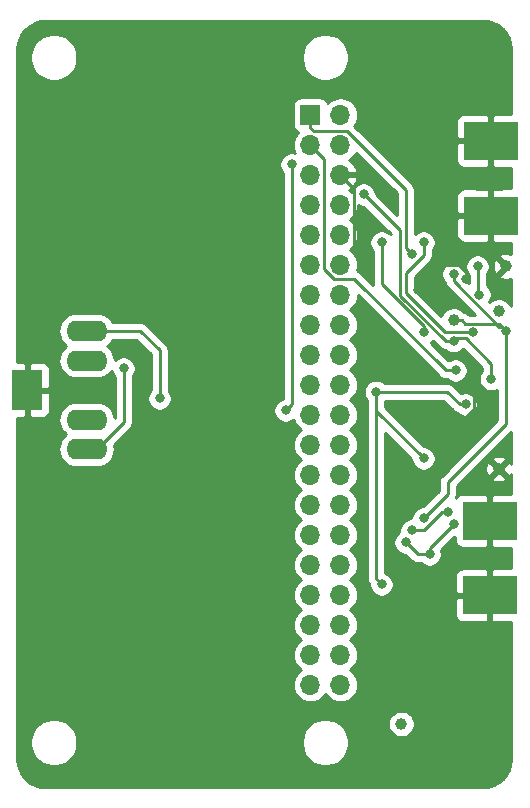
<source format=gbr>
G04 #@! TF.GenerationSoftware,KiCad,Pcbnew,5.1.2-f72e74a~84~ubuntu18.04.1*
G04 #@! TF.CreationDate,2019-05-17T13:13:24-07:00*
G04 #@! TF.ProjectId,RPZ_SC_VNA,52505a5f-5343-45f5-964e-412e6b696361,rev?*
G04 #@! TF.SameCoordinates,Original*
G04 #@! TF.FileFunction,Copper,L2,Bot*
G04 #@! TF.FilePolarity,Positive*
%FSLAX46Y46*%
G04 Gerber Fmt 4.6, Leading zero omitted, Abs format (unit mm)*
G04 Created by KiCad (PCBNEW 5.1.2-f72e74a~84~ubuntu18.04.1) date 2019-05-17 13:13:24*
%MOMM*%
%LPD*%
G04 APERTURE LIST*
%ADD10O,1.700000X1.700000*%
%ADD11R,1.700000X1.700000*%
%ADD12C,1.000000*%
%ADD13R,2.500000X3.500000*%
%ADD14O,3.500000X1.750000*%
%ADD15R,4.572000X3.302000*%
%ADD16C,0.800000*%
%ADD17C,0.250000*%
%ADD18C,0.254000*%
G04 APERTURE END LIST*
D10*
X132651500Y-101473000D03*
X130111500Y-101473000D03*
X132651500Y-83693000D03*
X130111500Y-83693000D03*
X132651500Y-78613000D03*
X130111500Y-78613000D03*
X132651500Y-88773000D03*
X130111500Y-88773000D03*
X132651500Y-60833000D03*
X130111500Y-60833000D03*
X132651500Y-91313000D03*
X130111500Y-91313000D03*
X132651500Y-73533000D03*
X130111500Y-73533000D03*
X132651500Y-96393000D03*
X130111500Y-96393000D03*
X132651500Y-93853000D03*
X130111500Y-93853000D03*
X132651500Y-98933000D03*
X130111500Y-98933000D03*
X132651500Y-76073000D03*
X130111500Y-76073000D03*
X132651500Y-63373000D03*
X130111500Y-63373000D03*
X132651500Y-68453000D03*
X130111500Y-68453000D03*
X132651500Y-86233000D03*
X130111500Y-86233000D03*
X132651500Y-65913000D03*
X130111500Y-65913000D03*
X132651500Y-81153000D03*
X130111500Y-81153000D03*
D11*
X130111500Y-53213000D03*
D10*
X132651500Y-53213000D03*
X130111500Y-58293000D03*
X132651500Y-55753000D03*
X132651500Y-70993000D03*
X130111500Y-70993000D03*
X130111500Y-55753000D03*
X132651500Y-58293000D03*
D12*
X146685000Y-66040000D03*
X146050000Y-83185000D03*
X142240000Y-70612000D03*
X146050000Y-69850000D03*
X137795000Y-104775000D03*
D13*
X106150800Y-76504800D03*
D14*
X111156800Y-71504800D03*
X111156800Y-81504800D03*
X111156800Y-74004800D03*
X111156800Y-79004800D03*
D15*
X145388000Y-61728340D03*
X145388000Y-55398660D03*
X145288000Y-87566500D03*
X145288000Y-93896180D03*
D16*
X135684500Y-76659500D03*
X139700000Y-82296000D03*
X136144000Y-92964000D03*
X138684000Y-65024000D03*
X143256000Y-77724000D03*
X136144000Y-64008000D03*
X139700000Y-71628000D03*
X143289154Y-73626846D03*
X142805002Y-79248000D03*
X143299660Y-67099660D03*
X139192000Y-68072000D03*
X135128000Y-67056000D03*
X135128000Y-67056000D03*
X123444000Y-92964000D03*
X140208000Y-90424000D03*
X138176000Y-89408000D03*
X142240000Y-87884000D03*
X143847000Y-71628000D03*
X139700000Y-64008000D03*
X138684000Y-88392000D03*
X141732000Y-86868000D03*
X128524000Y-57404000D03*
X128016000Y-78232000D03*
X145415000Y-75565000D03*
X134620000Y-59944000D03*
X142240000Y-72353000D03*
X142403999Y-74839999D03*
X144272000Y-66040000D03*
X144428152Y-68423848D03*
X146685000Y-71526000D03*
X142240000Y-66675000D03*
X139700000Y-87376000D03*
X114300000Y-74676000D03*
X117348000Y-77216000D03*
D17*
X135684500Y-76659500D02*
X135684500Y-78280500D01*
X135684500Y-78280500D02*
X139700000Y-82296000D01*
X135684500Y-78280500D02*
X135684500Y-92504500D01*
X135684500Y-92504500D02*
X136144000Y-92964000D01*
X133215501Y-54577999D02*
X138176000Y-59538498D01*
X130111500Y-53213000D02*
X130111500Y-54313000D01*
X130376499Y-54577999D02*
X133215501Y-54577999D01*
X130111500Y-54313000D02*
X130376499Y-54577999D01*
X138176000Y-59538498D02*
X138176000Y-64516000D01*
X138176000Y-64516000D02*
X138684000Y-65024000D01*
X135684500Y-76659500D02*
X141683500Y-76659500D01*
X141683500Y-76659500D02*
X142748000Y-77724000D01*
X142748000Y-77724000D02*
X143256000Y-77724000D01*
X136144000Y-67565410D02*
X139700000Y-71121410D01*
X136144000Y-64008000D02*
X136144000Y-67565410D01*
X139700000Y-71121410D02*
X139700000Y-71628000D01*
X133826501Y-59468001D02*
X133826501Y-64230501D01*
X132651500Y-58293000D02*
X133826501Y-59468001D01*
X133826501Y-64230501D02*
X134112000Y-64516000D01*
X143289154Y-73626846D02*
X143981001Y-74318693D01*
X143981001Y-78072001D02*
X142805002Y-79248000D01*
X143981001Y-74318693D02*
X143981001Y-78072001D01*
X134112000Y-66040000D02*
X135128000Y-67056000D01*
X134112000Y-64516000D02*
X134112000Y-66040000D01*
X142715684Y-65949999D02*
X141314001Y-65949999D01*
X143299660Y-67099660D02*
X143299660Y-66533975D01*
X143299660Y-66533975D02*
X142715684Y-65949999D01*
X141314001Y-65949999D02*
X139192000Y-68072000D01*
X140208000Y-90424000D02*
X139192000Y-90424000D01*
X139192000Y-90424000D02*
X138176000Y-89408000D01*
X140208000Y-89916000D02*
X140208000Y-90424000D01*
X142240000Y-87884000D02*
X140208000Y-89916000D01*
X139700000Y-65081002D02*
X138176000Y-66605002D01*
X139700000Y-64008000D02*
X139700000Y-65081002D01*
X138176000Y-66605002D02*
X138176000Y-68324590D01*
X141479410Y-71628000D02*
X143847000Y-71628000D01*
X138176000Y-68324590D02*
X141479410Y-71628000D01*
X139757002Y-88392000D02*
X141281002Y-86868000D01*
X138684000Y-88392000D02*
X139757002Y-88392000D01*
X141281002Y-86868000D02*
X141732000Y-86868000D01*
X128524000Y-57404000D02*
X128524000Y-77724000D01*
X128524000Y-77724000D02*
X128016000Y-78232000D01*
X145415000Y-75565000D02*
X145415000Y-74295000D01*
X145415000Y-74295000D02*
X143256000Y-72136000D01*
X143256000Y-72136000D02*
X142457000Y-72136000D01*
X142457000Y-72136000D02*
X142240000Y-72353000D01*
X142240000Y-72353000D02*
X141568000Y-72353000D01*
X137668000Y-68453000D02*
X137731500Y-68516500D01*
X137668000Y-62992000D02*
X137668000Y-68453000D01*
X134620000Y-59944000D02*
X137668000Y-62992000D01*
X141568000Y-72353000D02*
X137731500Y-68516500D01*
X133826501Y-67102503D02*
X141563997Y-74839999D01*
X131286501Y-56928001D02*
X131286501Y-66287003D01*
X130111500Y-55753000D02*
X131286501Y-56928001D01*
X132087499Y-67088001D02*
X133571999Y-67088001D01*
X141563997Y-74839999D02*
X142403999Y-74839999D01*
X131286501Y-66287003D02*
X132087499Y-67088001D01*
X133571999Y-67088001D02*
X133586501Y-67102503D01*
X133586501Y-67102503D02*
X133826501Y-67102503D01*
X144272000Y-66040000D02*
X144272000Y-68580000D01*
X144272000Y-68580000D02*
X144428152Y-68423848D01*
X146685000Y-71526000D02*
X146285001Y-71126001D01*
X146285001Y-71126001D02*
X146104999Y-71126001D01*
X142240000Y-67261002D02*
X142240000Y-66675000D01*
X146685000Y-71526000D02*
X146685000Y-79375000D01*
X146685000Y-79375000D02*
X141732000Y-84328000D01*
X141732000Y-84328000D02*
X141732000Y-85344000D01*
X141732000Y-85344000D02*
X139700000Y-87376000D01*
X146104999Y-71126001D02*
X142240000Y-67261002D01*
X142947106Y-70612000D02*
X142240000Y-70612000D01*
X146061999Y-70902999D02*
X143238105Y-70902999D01*
X143238105Y-70902999D02*
X142947106Y-70612000D01*
X146685000Y-71526000D02*
X146061999Y-70902999D01*
X114300000Y-79236600D02*
X112031800Y-81504800D01*
X112031800Y-81504800D02*
X111156800Y-81504800D01*
X114300000Y-74676000D02*
X114300000Y-79236600D01*
X115700800Y-71504800D02*
X111156800Y-71504800D01*
X117348000Y-77216000D02*
X117348000Y-73152000D01*
X117348000Y-73152000D02*
X115700800Y-71504800D01*
D18*
G36*
X145167016Y-45285584D02*
G01*
X145612593Y-45420112D01*
X146023546Y-45638620D01*
X146384234Y-45932788D01*
X146680919Y-46291419D01*
X146902291Y-46700838D01*
X147039926Y-47145465D01*
X147091801Y-47639021D01*
X147091801Y-53110482D01*
X145673750Y-53112660D01*
X145515000Y-53271410D01*
X145515000Y-55271660D01*
X145535000Y-55271660D01*
X145535000Y-55525660D01*
X145515000Y-55525660D01*
X145515000Y-57525910D01*
X145673750Y-57684660D01*
X147091801Y-57686838D01*
X147091801Y-59440162D01*
X145673750Y-59442340D01*
X145515000Y-59601090D01*
X145515000Y-61601340D01*
X145535000Y-61601340D01*
X145535000Y-61855340D01*
X145515000Y-61855340D01*
X145515000Y-63855590D01*
X145673750Y-64014340D01*
X147091801Y-64016518D01*
X147091801Y-64978728D01*
X147044174Y-64957542D01*
X146826095Y-64908269D01*
X146602594Y-64902489D01*
X146382260Y-64940423D01*
X146173560Y-65020613D01*
X146121550Y-65048412D01*
X146086439Y-65261834D01*
X146685000Y-65860395D01*
X146699143Y-65846253D01*
X146878748Y-66025858D01*
X146864605Y-66040000D01*
X146878748Y-66054143D01*
X146699143Y-66233748D01*
X146685000Y-66219605D01*
X146086439Y-66818166D01*
X146121550Y-67031588D01*
X146325826Y-67122458D01*
X146543905Y-67171731D01*
X146767406Y-67177511D01*
X146987740Y-67139577D01*
X147091801Y-67099593D01*
X147091801Y-69399231D01*
X147055824Y-69312376D01*
X146931612Y-69126480D01*
X146773520Y-68968388D01*
X146587624Y-68844176D01*
X146381067Y-68758617D01*
X146161788Y-68715000D01*
X145938212Y-68715000D01*
X145718933Y-68758617D01*
X145512376Y-68844176D01*
X145326480Y-68968388D01*
X145274060Y-69020808D01*
X145345357Y-68914104D01*
X145423378Y-68725746D01*
X145463152Y-68525787D01*
X145463152Y-68321909D01*
X145423378Y-68121950D01*
X145345357Y-67933592D01*
X145232089Y-67764074D01*
X145087926Y-67619911D01*
X145032000Y-67582543D01*
X145032000Y-66743711D01*
X145075937Y-66699774D01*
X145189205Y-66530256D01*
X145267226Y-66341898D01*
X145307000Y-66141939D01*
X145307000Y-66122406D01*
X145547489Y-66122406D01*
X145585423Y-66342740D01*
X145665613Y-66551440D01*
X145693412Y-66603450D01*
X145906834Y-66638561D01*
X146505395Y-66040000D01*
X145906834Y-65441439D01*
X145693412Y-65476550D01*
X145602542Y-65680826D01*
X145553269Y-65898905D01*
X145547489Y-66122406D01*
X145307000Y-66122406D01*
X145307000Y-65938061D01*
X145267226Y-65738102D01*
X145189205Y-65549744D01*
X145075937Y-65380226D01*
X144931774Y-65236063D01*
X144762256Y-65122795D01*
X144573898Y-65044774D01*
X144373939Y-65005000D01*
X144170061Y-65005000D01*
X143970102Y-65044774D01*
X143781744Y-65122795D01*
X143612226Y-65236063D01*
X143468063Y-65380226D01*
X143354795Y-65549744D01*
X143276774Y-65738102D01*
X143237000Y-65938061D01*
X143237000Y-66141939D01*
X143276774Y-66341898D01*
X143354795Y-66530256D01*
X143468063Y-66699774D01*
X143512000Y-66743711D01*
X143512001Y-67458201D01*
X143175321Y-67121521D01*
X143235226Y-66976898D01*
X143275000Y-66776939D01*
X143275000Y-66573061D01*
X143235226Y-66373102D01*
X143157205Y-66184744D01*
X143043937Y-66015226D01*
X142899774Y-65871063D01*
X142730256Y-65757795D01*
X142541898Y-65679774D01*
X142341939Y-65640000D01*
X142138061Y-65640000D01*
X141938102Y-65679774D01*
X141749744Y-65757795D01*
X141580226Y-65871063D01*
X141436063Y-66015226D01*
X141322795Y-66184744D01*
X141244774Y-66373102D01*
X141205000Y-66573061D01*
X141205000Y-66776939D01*
X141244774Y-66976898D01*
X141322795Y-67165256D01*
X141436063Y-67334774D01*
X141488781Y-67387492D01*
X141490997Y-67409987D01*
X141522026Y-67512277D01*
X141534454Y-67553248D01*
X141605026Y-67685278D01*
X141644871Y-67733828D01*
X141699999Y-67801003D01*
X141729003Y-67824806D01*
X144047195Y-70142999D01*
X143552906Y-70142999D01*
X143510910Y-70101003D01*
X143487107Y-70071999D01*
X143371382Y-69977026D01*
X143239353Y-69906454D01*
X143096145Y-69863013D01*
X142963520Y-69730388D01*
X142777624Y-69606176D01*
X142571067Y-69520617D01*
X142351788Y-69477000D01*
X142128212Y-69477000D01*
X141908933Y-69520617D01*
X141702376Y-69606176D01*
X141516480Y-69730388D01*
X141358388Y-69888480D01*
X141234176Y-70074376D01*
X141165759Y-70239548D01*
X138936000Y-68009789D01*
X138936000Y-66919803D01*
X140211008Y-65644797D01*
X140240001Y-65621003D01*
X140263795Y-65592010D01*
X140263799Y-65592006D01*
X140334973Y-65505279D01*
X140334974Y-65505278D01*
X140405546Y-65373249D01*
X140449003Y-65229988D01*
X140460000Y-65118335D01*
X140460000Y-65118326D01*
X140463676Y-65081003D01*
X140460000Y-65043680D01*
X140460000Y-64711711D01*
X140503937Y-64667774D01*
X140617205Y-64498256D01*
X140695226Y-64309898D01*
X140735000Y-64109939D01*
X140735000Y-63906061D01*
X140695226Y-63706102D01*
X140617205Y-63517744D01*
X140524727Y-63379340D01*
X142463928Y-63379340D01*
X142476188Y-63503822D01*
X142512498Y-63623520D01*
X142571463Y-63733834D01*
X142650815Y-63830525D01*
X142747506Y-63909877D01*
X142857820Y-63968842D01*
X142977518Y-64005152D01*
X143102000Y-64017412D01*
X145102250Y-64014340D01*
X145261000Y-63855590D01*
X145261000Y-61855340D01*
X142625750Y-61855340D01*
X142467000Y-62014090D01*
X142463928Y-63379340D01*
X140524727Y-63379340D01*
X140503937Y-63348226D01*
X140359774Y-63204063D01*
X140190256Y-63090795D01*
X140001898Y-63012774D01*
X139801939Y-62973000D01*
X139598061Y-62973000D01*
X139398102Y-63012774D01*
X139209744Y-63090795D01*
X139040226Y-63204063D01*
X138936000Y-63308289D01*
X138936000Y-60077340D01*
X142463928Y-60077340D01*
X142467000Y-61442590D01*
X142625750Y-61601340D01*
X145261000Y-61601340D01*
X145261000Y-59601090D01*
X145102250Y-59442340D01*
X143102000Y-59439268D01*
X142977518Y-59451528D01*
X142857820Y-59487838D01*
X142747506Y-59546803D01*
X142650815Y-59626155D01*
X142571463Y-59722846D01*
X142512498Y-59833160D01*
X142476188Y-59952858D01*
X142463928Y-60077340D01*
X138936000Y-60077340D01*
X138936000Y-59575821D01*
X138939676Y-59538498D01*
X138936000Y-59501175D01*
X138936000Y-59501165D01*
X138925003Y-59389512D01*
X138881546Y-59246251D01*
X138877378Y-59238454D01*
X138810974Y-59114221D01*
X138739799Y-59027495D01*
X138716001Y-58998497D01*
X138687004Y-58974700D01*
X136761964Y-57049660D01*
X142463928Y-57049660D01*
X142476188Y-57174142D01*
X142512498Y-57293840D01*
X142571463Y-57404154D01*
X142650815Y-57500845D01*
X142747506Y-57580197D01*
X142857820Y-57639162D01*
X142977518Y-57675472D01*
X143102000Y-57687732D01*
X145102250Y-57684660D01*
X145261000Y-57525910D01*
X145261000Y-55525660D01*
X142625750Y-55525660D01*
X142467000Y-55684410D01*
X142463928Y-57049660D01*
X136761964Y-57049660D01*
X133830052Y-54117749D01*
X133892206Y-54042014D01*
X134030099Y-53784034D01*
X134041132Y-53747660D01*
X142463928Y-53747660D01*
X142467000Y-55112910D01*
X142625750Y-55271660D01*
X145261000Y-55271660D01*
X145261000Y-53271410D01*
X145102250Y-53112660D01*
X143102000Y-53109588D01*
X142977518Y-53121848D01*
X142857820Y-53158158D01*
X142747506Y-53217123D01*
X142650815Y-53296475D01*
X142571463Y-53393166D01*
X142512498Y-53503480D01*
X142476188Y-53623178D01*
X142463928Y-53747660D01*
X134041132Y-53747660D01*
X134115013Y-53504111D01*
X134143685Y-53213000D01*
X134115013Y-52921889D01*
X134030099Y-52641966D01*
X133892206Y-52383986D01*
X133706634Y-52157866D01*
X133480514Y-51972294D01*
X133222534Y-51834401D01*
X132942611Y-51749487D01*
X132724450Y-51728000D01*
X132578550Y-51728000D01*
X132360389Y-51749487D01*
X132080466Y-51834401D01*
X131822486Y-51972294D01*
X131596366Y-52157866D01*
X131571893Y-52187687D01*
X131551002Y-52118820D01*
X131492037Y-52008506D01*
X131412685Y-51911815D01*
X131315994Y-51832463D01*
X131205680Y-51773498D01*
X131085982Y-51737188D01*
X130961500Y-51724928D01*
X129261500Y-51724928D01*
X129137018Y-51737188D01*
X129017320Y-51773498D01*
X128907006Y-51832463D01*
X128810315Y-51911815D01*
X128730963Y-52008506D01*
X128671998Y-52118820D01*
X128635688Y-52238518D01*
X128623428Y-52363000D01*
X128623428Y-54063000D01*
X128635688Y-54187482D01*
X128671998Y-54307180D01*
X128730963Y-54417494D01*
X128810315Y-54514185D01*
X128907006Y-54593537D01*
X129017320Y-54652502D01*
X129086187Y-54673393D01*
X129056366Y-54697866D01*
X128870794Y-54923986D01*
X128732901Y-55181966D01*
X128647987Y-55461889D01*
X128619315Y-55753000D01*
X128647987Y-56044111D01*
X128732901Y-56324034D01*
X128772520Y-56398157D01*
X128625939Y-56369000D01*
X128422061Y-56369000D01*
X128222102Y-56408774D01*
X128033744Y-56486795D01*
X127864226Y-56600063D01*
X127720063Y-56744226D01*
X127606795Y-56913744D01*
X127528774Y-57102102D01*
X127489000Y-57302061D01*
X127489000Y-57505939D01*
X127528774Y-57705898D01*
X127606795Y-57894256D01*
X127720063Y-58063774D01*
X127764000Y-58107711D01*
X127764001Y-77226849D01*
X127714102Y-77236774D01*
X127525744Y-77314795D01*
X127356226Y-77428063D01*
X127212063Y-77572226D01*
X127098795Y-77741744D01*
X127020774Y-77930102D01*
X126981000Y-78130061D01*
X126981000Y-78333939D01*
X127020774Y-78533898D01*
X127098795Y-78722256D01*
X127212063Y-78891774D01*
X127356226Y-79035937D01*
X127525744Y-79149205D01*
X127714102Y-79227226D01*
X127914061Y-79267000D01*
X128117939Y-79267000D01*
X128317898Y-79227226D01*
X128506256Y-79149205D01*
X128675774Y-79035937D01*
X128685136Y-79026575D01*
X128732901Y-79184034D01*
X128870794Y-79442014D01*
X129056366Y-79668134D01*
X129282486Y-79853706D01*
X129337291Y-79883000D01*
X129282486Y-79912294D01*
X129056366Y-80097866D01*
X128870794Y-80323986D01*
X128732901Y-80581966D01*
X128647987Y-80861889D01*
X128619315Y-81153000D01*
X128647987Y-81444111D01*
X128732901Y-81724034D01*
X128870794Y-81982014D01*
X129056366Y-82208134D01*
X129282486Y-82393706D01*
X129337291Y-82423000D01*
X129282486Y-82452294D01*
X129056366Y-82637866D01*
X128870794Y-82863986D01*
X128732901Y-83121966D01*
X128647987Y-83401889D01*
X128619315Y-83693000D01*
X128647987Y-83984111D01*
X128732901Y-84264034D01*
X128870794Y-84522014D01*
X129056366Y-84748134D01*
X129282486Y-84933706D01*
X129337291Y-84963000D01*
X129282486Y-84992294D01*
X129056366Y-85177866D01*
X128870794Y-85403986D01*
X128732901Y-85661966D01*
X128647987Y-85941889D01*
X128619315Y-86233000D01*
X128647987Y-86524111D01*
X128732901Y-86804034D01*
X128870794Y-87062014D01*
X129056366Y-87288134D01*
X129282486Y-87473706D01*
X129337291Y-87503000D01*
X129282486Y-87532294D01*
X129056366Y-87717866D01*
X128870794Y-87943986D01*
X128732901Y-88201966D01*
X128647987Y-88481889D01*
X128619315Y-88773000D01*
X128647987Y-89064111D01*
X128732901Y-89344034D01*
X128870794Y-89602014D01*
X129056366Y-89828134D01*
X129282486Y-90013706D01*
X129337291Y-90043000D01*
X129282486Y-90072294D01*
X129056366Y-90257866D01*
X128870794Y-90483986D01*
X128732901Y-90741966D01*
X128647987Y-91021889D01*
X128619315Y-91313000D01*
X128647987Y-91604111D01*
X128732901Y-91884034D01*
X128870794Y-92142014D01*
X129056366Y-92368134D01*
X129282486Y-92553706D01*
X129337291Y-92583000D01*
X129282486Y-92612294D01*
X129056366Y-92797866D01*
X128870794Y-93023986D01*
X128732901Y-93281966D01*
X128647987Y-93561889D01*
X128619315Y-93853000D01*
X128647987Y-94144111D01*
X128732901Y-94424034D01*
X128870794Y-94682014D01*
X129056366Y-94908134D01*
X129282486Y-95093706D01*
X129337291Y-95123000D01*
X129282486Y-95152294D01*
X129056366Y-95337866D01*
X128870794Y-95563986D01*
X128732901Y-95821966D01*
X128647987Y-96101889D01*
X128619315Y-96393000D01*
X128647987Y-96684111D01*
X128732901Y-96964034D01*
X128870794Y-97222014D01*
X129056366Y-97448134D01*
X129282486Y-97633706D01*
X129337291Y-97663000D01*
X129282486Y-97692294D01*
X129056366Y-97877866D01*
X128870794Y-98103986D01*
X128732901Y-98361966D01*
X128647987Y-98641889D01*
X128619315Y-98933000D01*
X128647987Y-99224111D01*
X128732901Y-99504034D01*
X128870794Y-99762014D01*
X129056366Y-99988134D01*
X129282486Y-100173706D01*
X129337291Y-100203000D01*
X129282486Y-100232294D01*
X129056366Y-100417866D01*
X128870794Y-100643986D01*
X128732901Y-100901966D01*
X128647987Y-101181889D01*
X128619315Y-101473000D01*
X128647987Y-101764111D01*
X128732901Y-102044034D01*
X128870794Y-102302014D01*
X129056366Y-102528134D01*
X129282486Y-102713706D01*
X129540466Y-102851599D01*
X129820389Y-102936513D01*
X130038550Y-102958000D01*
X130184450Y-102958000D01*
X130402611Y-102936513D01*
X130682534Y-102851599D01*
X130940514Y-102713706D01*
X131166634Y-102528134D01*
X131352206Y-102302014D01*
X131381500Y-102247209D01*
X131410794Y-102302014D01*
X131596366Y-102528134D01*
X131822486Y-102713706D01*
X132080466Y-102851599D01*
X132360389Y-102936513D01*
X132578550Y-102958000D01*
X132724450Y-102958000D01*
X132942611Y-102936513D01*
X133222534Y-102851599D01*
X133480514Y-102713706D01*
X133706634Y-102528134D01*
X133892206Y-102302014D01*
X134030099Y-102044034D01*
X134115013Y-101764111D01*
X134143685Y-101473000D01*
X134115013Y-101181889D01*
X134030099Y-100901966D01*
X133892206Y-100643986D01*
X133706634Y-100417866D01*
X133480514Y-100232294D01*
X133425709Y-100203000D01*
X133480514Y-100173706D01*
X133706634Y-99988134D01*
X133892206Y-99762014D01*
X134030099Y-99504034D01*
X134115013Y-99224111D01*
X134143685Y-98933000D01*
X134115013Y-98641889D01*
X134030099Y-98361966D01*
X133892206Y-98103986D01*
X133706634Y-97877866D01*
X133480514Y-97692294D01*
X133425709Y-97663000D01*
X133480514Y-97633706D01*
X133706634Y-97448134D01*
X133892206Y-97222014D01*
X134030099Y-96964034D01*
X134115013Y-96684111D01*
X134143685Y-96393000D01*
X134115013Y-96101889D01*
X134030099Y-95821966D01*
X133892206Y-95563986D01*
X133878414Y-95547180D01*
X142363928Y-95547180D01*
X142376188Y-95671662D01*
X142412498Y-95791360D01*
X142471463Y-95901674D01*
X142550815Y-95998365D01*
X142647506Y-96077717D01*
X142757820Y-96136682D01*
X142877518Y-96172992D01*
X143002000Y-96185252D01*
X145002250Y-96182180D01*
X145161000Y-96023430D01*
X145161000Y-94023180D01*
X142525750Y-94023180D01*
X142367000Y-94181930D01*
X142363928Y-95547180D01*
X133878414Y-95547180D01*
X133706634Y-95337866D01*
X133480514Y-95152294D01*
X133425709Y-95123000D01*
X133480514Y-95093706D01*
X133706634Y-94908134D01*
X133892206Y-94682014D01*
X134030099Y-94424034D01*
X134115013Y-94144111D01*
X134143685Y-93853000D01*
X134115013Y-93561889D01*
X134030099Y-93281966D01*
X133892206Y-93023986D01*
X133706634Y-92797866D01*
X133480514Y-92612294D01*
X133425709Y-92583000D01*
X133480514Y-92553706D01*
X133706634Y-92368134D01*
X133892206Y-92142014D01*
X134030099Y-91884034D01*
X134115013Y-91604111D01*
X134143685Y-91313000D01*
X134115013Y-91021889D01*
X134030099Y-90741966D01*
X133892206Y-90483986D01*
X133706634Y-90257866D01*
X133480514Y-90072294D01*
X133425709Y-90043000D01*
X133480514Y-90013706D01*
X133706634Y-89828134D01*
X133892206Y-89602014D01*
X134030099Y-89344034D01*
X134115013Y-89064111D01*
X134143685Y-88773000D01*
X134115013Y-88481889D01*
X134030099Y-88201966D01*
X133892206Y-87943986D01*
X133706634Y-87717866D01*
X133480514Y-87532294D01*
X133425709Y-87503000D01*
X133480514Y-87473706D01*
X133706634Y-87288134D01*
X133892206Y-87062014D01*
X134030099Y-86804034D01*
X134115013Y-86524111D01*
X134143685Y-86233000D01*
X134115013Y-85941889D01*
X134030099Y-85661966D01*
X133892206Y-85403986D01*
X133706634Y-85177866D01*
X133480514Y-84992294D01*
X133425709Y-84963000D01*
X133480514Y-84933706D01*
X133706634Y-84748134D01*
X133892206Y-84522014D01*
X134030099Y-84264034D01*
X134115013Y-83984111D01*
X134143685Y-83693000D01*
X134115013Y-83401889D01*
X134030099Y-83121966D01*
X133892206Y-82863986D01*
X133706634Y-82637866D01*
X133480514Y-82452294D01*
X133425709Y-82423000D01*
X133480514Y-82393706D01*
X133706634Y-82208134D01*
X133892206Y-81982014D01*
X134030099Y-81724034D01*
X134115013Y-81444111D01*
X134143685Y-81153000D01*
X134115013Y-80861889D01*
X134030099Y-80581966D01*
X133892206Y-80323986D01*
X133706634Y-80097866D01*
X133480514Y-79912294D01*
X133425709Y-79883000D01*
X133480514Y-79853706D01*
X133706634Y-79668134D01*
X133892206Y-79442014D01*
X134030099Y-79184034D01*
X134115013Y-78904111D01*
X134143685Y-78613000D01*
X134115013Y-78321889D01*
X134030099Y-78041966D01*
X133892206Y-77783986D01*
X133706634Y-77557866D01*
X133480514Y-77372294D01*
X133425709Y-77343000D01*
X133480514Y-77313706D01*
X133706634Y-77128134D01*
X133892206Y-76902014D01*
X134030099Y-76644034D01*
X134056330Y-76557561D01*
X134649500Y-76557561D01*
X134649500Y-76761439D01*
X134689274Y-76961398D01*
X134767295Y-77149756D01*
X134880563Y-77319274D01*
X134924500Y-77363211D01*
X134924501Y-78243158D01*
X134924500Y-78243168D01*
X134924500Y-78243178D01*
X134920824Y-78280500D01*
X134924500Y-78317822D01*
X134924501Y-92467168D01*
X134920824Y-92504500D01*
X134935498Y-92653485D01*
X134978954Y-92796746D01*
X135049526Y-92928776D01*
X135109000Y-93001244D01*
X135109000Y-93065939D01*
X135148774Y-93265898D01*
X135226795Y-93454256D01*
X135340063Y-93623774D01*
X135484226Y-93767937D01*
X135653744Y-93881205D01*
X135842102Y-93959226D01*
X136042061Y-93999000D01*
X136245939Y-93999000D01*
X136445898Y-93959226D01*
X136634256Y-93881205D01*
X136803774Y-93767937D01*
X136947937Y-93623774D01*
X137061205Y-93454256D01*
X137139226Y-93265898D01*
X137179000Y-93065939D01*
X137179000Y-92862061D01*
X137139226Y-92662102D01*
X137061205Y-92473744D01*
X136947937Y-92304226D01*
X136888891Y-92245180D01*
X142363928Y-92245180D01*
X142367000Y-93610430D01*
X142525750Y-93769180D01*
X145161000Y-93769180D01*
X145161000Y-91768930D01*
X145002250Y-91610180D01*
X143002000Y-91607108D01*
X142877518Y-91619368D01*
X142757820Y-91655678D01*
X142647506Y-91714643D01*
X142550815Y-91793995D01*
X142471463Y-91890686D01*
X142412498Y-92001000D01*
X142376188Y-92120698D01*
X142363928Y-92245180D01*
X136888891Y-92245180D01*
X136803774Y-92160063D01*
X136634256Y-92046795D01*
X136445898Y-91968774D01*
X136444500Y-91968496D01*
X136444500Y-80115301D01*
X138665000Y-82335802D01*
X138665000Y-82397939D01*
X138704774Y-82597898D01*
X138782795Y-82786256D01*
X138896063Y-82955774D01*
X139040226Y-83099937D01*
X139209744Y-83213205D01*
X139398102Y-83291226D01*
X139598061Y-83331000D01*
X139801939Y-83331000D01*
X140001898Y-83291226D01*
X140190256Y-83213205D01*
X140359774Y-83099937D01*
X140503937Y-82955774D01*
X140617205Y-82786256D01*
X140695226Y-82597898D01*
X140735000Y-82397939D01*
X140735000Y-82194061D01*
X140695226Y-81994102D01*
X140617205Y-81805744D01*
X140503937Y-81636226D01*
X140359774Y-81492063D01*
X140190256Y-81378795D01*
X140001898Y-81300774D01*
X139801939Y-81261000D01*
X139739802Y-81261000D01*
X136444500Y-77965699D01*
X136444500Y-77419500D01*
X141368699Y-77419500D01*
X142184201Y-78235003D01*
X142207999Y-78264001D01*
X142323724Y-78358974D01*
X142455753Y-78429546D01*
X142516158Y-78447869D01*
X142596226Y-78527937D01*
X142765744Y-78641205D01*
X142954102Y-78719226D01*
X143154061Y-78759000D01*
X143357939Y-78759000D01*
X143557898Y-78719226D01*
X143746256Y-78641205D01*
X143915774Y-78527937D01*
X144059937Y-78383774D01*
X144173205Y-78214256D01*
X144251226Y-78025898D01*
X144291000Y-77825939D01*
X144291000Y-77622061D01*
X144251226Y-77422102D01*
X144173205Y-77233744D01*
X144059937Y-77064226D01*
X143915774Y-76920063D01*
X143746256Y-76806795D01*
X143557898Y-76728774D01*
X143357939Y-76689000D01*
X143154061Y-76689000D01*
X142954102Y-76728774D01*
X142864635Y-76765833D01*
X142247304Y-76148502D01*
X142223501Y-76119499D01*
X142107776Y-76024526D01*
X141975747Y-75953954D01*
X141832486Y-75910497D01*
X141720833Y-75899500D01*
X141720822Y-75899500D01*
X141683500Y-75895824D01*
X141646178Y-75899500D01*
X136388211Y-75899500D01*
X136344274Y-75855563D01*
X136174756Y-75742295D01*
X135986398Y-75664274D01*
X135786439Y-75624500D01*
X135582561Y-75624500D01*
X135382602Y-75664274D01*
X135194244Y-75742295D01*
X135024726Y-75855563D01*
X134880563Y-75999726D01*
X134767295Y-76169244D01*
X134689274Y-76357602D01*
X134649500Y-76557561D01*
X134056330Y-76557561D01*
X134115013Y-76364111D01*
X134143685Y-76073000D01*
X134115013Y-75781889D01*
X134030099Y-75501966D01*
X133892206Y-75243986D01*
X133706634Y-75017866D01*
X133480514Y-74832294D01*
X133425709Y-74803000D01*
X133480514Y-74773706D01*
X133706634Y-74588134D01*
X133892206Y-74362014D01*
X134030099Y-74104034D01*
X134115013Y-73824111D01*
X134143685Y-73533000D01*
X134115013Y-73241889D01*
X134030099Y-72961966D01*
X133892206Y-72703986D01*
X133706634Y-72477866D01*
X133480514Y-72292294D01*
X133425709Y-72263000D01*
X133480514Y-72233706D01*
X133706634Y-72048134D01*
X133892206Y-71822014D01*
X134030099Y-71564034D01*
X134115013Y-71284111D01*
X134143685Y-70993000D01*
X134115013Y-70701889D01*
X134030099Y-70421966D01*
X133892206Y-70163986D01*
X133706634Y-69937866D01*
X133480514Y-69752294D01*
X133425709Y-69723000D01*
X133480514Y-69693706D01*
X133706634Y-69508134D01*
X133892206Y-69282014D01*
X134030099Y-69024034D01*
X134115013Y-68744111D01*
X134139965Y-68490768D01*
X141000198Y-75351002D01*
X141023996Y-75380000D01*
X141139721Y-75474973D01*
X141271750Y-75545545D01*
X141415011Y-75589002D01*
X141526664Y-75599999D01*
X141526672Y-75599999D01*
X141563997Y-75603675D01*
X141601322Y-75599999D01*
X141700288Y-75599999D01*
X141744225Y-75643936D01*
X141913743Y-75757204D01*
X142102101Y-75835225D01*
X142302060Y-75874999D01*
X142505938Y-75874999D01*
X142705897Y-75835225D01*
X142894255Y-75757204D01*
X143063773Y-75643936D01*
X143207936Y-75499773D01*
X143321204Y-75330255D01*
X143399225Y-75141897D01*
X143438999Y-74941938D01*
X143438999Y-74738060D01*
X143399225Y-74538101D01*
X143321204Y-74349743D01*
X143207936Y-74180225D01*
X143063773Y-74036062D01*
X142894255Y-73922794D01*
X142705897Y-73844773D01*
X142505938Y-73804999D01*
X142302060Y-73804999D01*
X142102101Y-73844773D01*
X141913743Y-73922794D01*
X141798558Y-73999758D01*
X140282422Y-72483622D01*
X140359774Y-72431937D01*
X140465955Y-72325756D01*
X141004201Y-72864003D01*
X141027999Y-72893001D01*
X141143724Y-72987974D01*
X141275753Y-73058546D01*
X141419014Y-73102003D01*
X141530667Y-73113000D01*
X141530676Y-73113000D01*
X141536902Y-73113613D01*
X141580226Y-73156937D01*
X141749744Y-73270205D01*
X141938102Y-73348226D01*
X142138061Y-73388000D01*
X142341939Y-73388000D01*
X142541898Y-73348226D01*
X142730256Y-73270205D01*
X142899774Y-73156937D01*
X143043937Y-73012774D01*
X143049559Y-73004360D01*
X144655001Y-74609803D01*
X144655001Y-74861288D01*
X144611063Y-74905226D01*
X144497795Y-75074744D01*
X144419774Y-75263102D01*
X144380000Y-75463061D01*
X144380000Y-75666939D01*
X144419774Y-75866898D01*
X144497795Y-76055256D01*
X144611063Y-76224774D01*
X144755226Y-76368937D01*
X144924744Y-76482205D01*
X145113102Y-76560226D01*
X145313061Y-76600000D01*
X145516939Y-76600000D01*
X145716898Y-76560226D01*
X145905256Y-76482205D01*
X145925001Y-76469012D01*
X145925001Y-79060197D01*
X141221003Y-83764196D01*
X141191999Y-83787999D01*
X141136871Y-83855174D01*
X141097026Y-83903724D01*
X141054058Y-83984111D01*
X141026454Y-84035754D01*
X140982997Y-84179015D01*
X140972000Y-84290668D01*
X140972000Y-84290678D01*
X140968324Y-84328000D01*
X140972000Y-84365323D01*
X140972001Y-85029197D01*
X139660199Y-86341000D01*
X139598061Y-86341000D01*
X139398102Y-86380774D01*
X139209744Y-86458795D01*
X139040226Y-86572063D01*
X138896063Y-86716226D01*
X138782795Y-86885744D01*
X138704774Y-87074102D01*
X138665000Y-87274061D01*
X138665000Y-87357000D01*
X138582061Y-87357000D01*
X138382102Y-87396774D01*
X138193744Y-87474795D01*
X138024226Y-87588063D01*
X137880063Y-87732226D01*
X137766795Y-87901744D01*
X137688774Y-88090102D01*
X137649000Y-88290061D01*
X137649000Y-88493939D01*
X137652759Y-88512835D01*
X137516226Y-88604063D01*
X137372063Y-88748226D01*
X137258795Y-88917744D01*
X137180774Y-89106102D01*
X137141000Y-89306061D01*
X137141000Y-89509939D01*
X137180774Y-89709898D01*
X137258795Y-89898256D01*
X137372063Y-90067774D01*
X137516226Y-90211937D01*
X137685744Y-90325205D01*
X137874102Y-90403226D01*
X138074061Y-90443000D01*
X138136199Y-90443000D01*
X138628201Y-90935003D01*
X138651999Y-90964001D01*
X138680997Y-90987799D01*
X138767723Y-91058974D01*
X138899753Y-91129546D01*
X139043014Y-91173003D01*
X139154667Y-91184000D01*
X139154677Y-91184000D01*
X139192000Y-91187676D01*
X139229322Y-91184000D01*
X139504289Y-91184000D01*
X139548226Y-91227937D01*
X139717744Y-91341205D01*
X139906102Y-91419226D01*
X140106061Y-91459000D01*
X140309939Y-91459000D01*
X140509898Y-91419226D01*
X140698256Y-91341205D01*
X140867774Y-91227937D01*
X141011937Y-91083774D01*
X141125205Y-90914256D01*
X141203226Y-90725898D01*
X141243000Y-90525939D01*
X141243000Y-90322061D01*
X141203226Y-90122102D01*
X141166167Y-90032634D01*
X142279802Y-88919000D01*
X142341939Y-88919000D01*
X142364610Y-88914491D01*
X142363928Y-89217500D01*
X142376188Y-89341982D01*
X142412498Y-89461680D01*
X142471463Y-89571994D01*
X142550815Y-89668685D01*
X142647506Y-89748037D01*
X142757820Y-89807002D01*
X142877518Y-89843312D01*
X143002000Y-89855572D01*
X145002250Y-89852500D01*
X145161000Y-89693750D01*
X145161000Y-87693500D01*
X145141000Y-87693500D01*
X145141000Y-87439500D01*
X145161000Y-87439500D01*
X145161000Y-85439250D01*
X145002250Y-85280500D01*
X143002000Y-85277428D01*
X142877518Y-85289688D01*
X142757820Y-85325998D01*
X142647506Y-85384963D01*
X142550815Y-85464315D01*
X142471463Y-85561006D01*
X142445814Y-85608992D01*
X142481003Y-85492986D01*
X142492000Y-85381333D01*
X142492000Y-85381323D01*
X142495676Y-85344000D01*
X142492000Y-85306677D01*
X142492000Y-84642801D01*
X143171635Y-83963166D01*
X145451439Y-83963166D01*
X145486550Y-84176588D01*
X145690826Y-84267458D01*
X145908905Y-84316731D01*
X146132406Y-84322511D01*
X146352740Y-84284577D01*
X146561440Y-84204387D01*
X146613450Y-84176588D01*
X146648561Y-83963166D01*
X146050000Y-83364605D01*
X145451439Y-83963166D01*
X143171635Y-83963166D01*
X143867395Y-83267406D01*
X144912489Y-83267406D01*
X144950423Y-83487740D01*
X145030613Y-83696440D01*
X145058412Y-83748450D01*
X145271834Y-83783561D01*
X145870395Y-83185000D01*
X145271834Y-82586439D01*
X145058412Y-82621550D01*
X144967542Y-82825826D01*
X144918269Y-83043905D01*
X144912489Y-83267406D01*
X143867395Y-83267406D01*
X144727967Y-82406834D01*
X145451439Y-82406834D01*
X146050000Y-83005395D01*
X146648561Y-82406834D01*
X146613450Y-82193412D01*
X146409174Y-82102542D01*
X146191095Y-82053269D01*
X145967594Y-82047489D01*
X145747260Y-82085423D01*
X145538560Y-82165613D01*
X145486550Y-82193412D01*
X145451439Y-82406834D01*
X144727967Y-82406834D01*
X147091800Y-80043002D01*
X147091800Y-82731892D01*
X147069387Y-82673560D01*
X147041588Y-82621550D01*
X146828166Y-82586439D01*
X146229605Y-83185000D01*
X146828166Y-83783561D01*
X147041588Y-83748450D01*
X147091800Y-83635572D01*
X147091800Y-85278169D01*
X145573750Y-85280500D01*
X145415000Y-85439250D01*
X145415000Y-87439500D01*
X145435000Y-87439500D01*
X145435000Y-87693500D01*
X145415000Y-87693500D01*
X145415000Y-89693750D01*
X145573750Y-89852500D01*
X147091800Y-89854831D01*
X147091800Y-91607849D01*
X145573750Y-91610180D01*
X145415000Y-91768930D01*
X145415000Y-93769180D01*
X145435000Y-93769180D01*
X145435000Y-94023180D01*
X145415000Y-94023180D01*
X145415000Y-96023430D01*
X145573750Y-96182180D01*
X147091800Y-96184511D01*
X147091800Y-107714521D01*
X147043216Y-108210016D01*
X146908690Y-108655590D01*
X146690182Y-109066545D01*
X146396009Y-109427236D01*
X146037381Y-109723919D01*
X145627962Y-109945291D01*
X145183335Y-110082926D01*
X144689790Y-110134800D01*
X107728279Y-110134800D01*
X107232784Y-110086216D01*
X106787210Y-109951690D01*
X106376255Y-109733182D01*
X106015564Y-109439009D01*
X105718881Y-109080381D01*
X105497509Y-108670962D01*
X105359874Y-108226335D01*
X105308000Y-107732790D01*
X105308000Y-106145032D01*
X106371500Y-106145032D01*
X106371500Y-106540968D01*
X106448743Y-106929296D01*
X106600261Y-107295092D01*
X106820231Y-107624301D01*
X107100199Y-107904269D01*
X107429408Y-108124239D01*
X107795204Y-108275757D01*
X108183532Y-108353000D01*
X108579468Y-108353000D01*
X108967796Y-108275757D01*
X109333592Y-108124239D01*
X109662801Y-107904269D01*
X109942769Y-107624301D01*
X110162739Y-107295092D01*
X110314257Y-106929296D01*
X110391500Y-106540968D01*
X110391500Y-106145032D01*
X129371500Y-106145032D01*
X129371500Y-106540968D01*
X129448743Y-106929296D01*
X129600261Y-107295092D01*
X129820231Y-107624301D01*
X130100199Y-107904269D01*
X130429408Y-108124239D01*
X130795204Y-108275757D01*
X131183532Y-108353000D01*
X131579468Y-108353000D01*
X131967796Y-108275757D01*
X132333592Y-108124239D01*
X132662801Y-107904269D01*
X132942769Y-107624301D01*
X133162739Y-107295092D01*
X133314257Y-106929296D01*
X133391500Y-106540968D01*
X133391500Y-106145032D01*
X133314257Y-105756704D01*
X133162739Y-105390908D01*
X132942769Y-105061699D01*
X132662801Y-104781731D01*
X132485425Y-104663212D01*
X136660000Y-104663212D01*
X136660000Y-104886788D01*
X136703617Y-105106067D01*
X136789176Y-105312624D01*
X136913388Y-105498520D01*
X137071480Y-105656612D01*
X137257376Y-105780824D01*
X137463933Y-105866383D01*
X137683212Y-105910000D01*
X137906788Y-105910000D01*
X138126067Y-105866383D01*
X138332624Y-105780824D01*
X138518520Y-105656612D01*
X138676612Y-105498520D01*
X138800824Y-105312624D01*
X138886383Y-105106067D01*
X138930000Y-104886788D01*
X138930000Y-104663212D01*
X138886383Y-104443933D01*
X138800824Y-104237376D01*
X138676612Y-104051480D01*
X138518520Y-103893388D01*
X138332624Y-103769176D01*
X138126067Y-103683617D01*
X137906788Y-103640000D01*
X137683212Y-103640000D01*
X137463933Y-103683617D01*
X137257376Y-103769176D01*
X137071480Y-103893388D01*
X136913388Y-104051480D01*
X136789176Y-104237376D01*
X136703617Y-104443933D01*
X136660000Y-104663212D01*
X132485425Y-104663212D01*
X132333592Y-104561761D01*
X131967796Y-104410243D01*
X131579468Y-104333000D01*
X131183532Y-104333000D01*
X130795204Y-104410243D01*
X130429408Y-104561761D01*
X130100199Y-104781731D01*
X129820231Y-105061699D01*
X129600261Y-105390908D01*
X129448743Y-105756704D01*
X129371500Y-106145032D01*
X110391500Y-106145032D01*
X110314257Y-105756704D01*
X110162739Y-105390908D01*
X109942769Y-105061699D01*
X109662801Y-104781731D01*
X109333592Y-104561761D01*
X108967796Y-104410243D01*
X108579468Y-104333000D01*
X108183532Y-104333000D01*
X107795204Y-104410243D01*
X107429408Y-104561761D01*
X107100199Y-104781731D01*
X106820231Y-105061699D01*
X106600261Y-105390908D01*
X106448743Y-105756704D01*
X106371500Y-106145032D01*
X105308000Y-106145032D01*
X105308000Y-78891575D01*
X105865050Y-78889800D01*
X106023800Y-78731050D01*
X106023800Y-76631800D01*
X106277800Y-76631800D01*
X106277800Y-78731050D01*
X106436550Y-78889800D01*
X107400800Y-78892872D01*
X107525282Y-78880612D01*
X107644980Y-78844302D01*
X107755294Y-78785337D01*
X107851985Y-78705985D01*
X107931337Y-78609294D01*
X107990302Y-78498980D01*
X108026612Y-78379282D01*
X108038872Y-78254800D01*
X108035800Y-76790550D01*
X107877050Y-76631800D01*
X106277800Y-76631800D01*
X106023800Y-76631800D01*
X106003800Y-76631800D01*
X106003800Y-76377800D01*
X106023800Y-76377800D01*
X106023800Y-74278550D01*
X106277800Y-74278550D01*
X106277800Y-76377800D01*
X107877050Y-76377800D01*
X108035800Y-76219050D01*
X108038872Y-74754800D01*
X108026612Y-74630318D01*
X107990302Y-74510620D01*
X107931337Y-74400306D01*
X107851985Y-74303615D01*
X107755294Y-74224263D01*
X107644980Y-74165298D01*
X107525282Y-74128988D01*
X107400800Y-74116728D01*
X106436550Y-74119800D01*
X106277800Y-74278550D01*
X106023800Y-74278550D01*
X105865050Y-74119800D01*
X105308000Y-74118025D01*
X105308000Y-71504800D01*
X108764494Y-71504800D01*
X108793649Y-71800812D01*
X108879992Y-72085448D01*
X109020206Y-72347770D01*
X109208903Y-72577697D01*
X109424703Y-72754800D01*
X109208903Y-72931903D01*
X109020206Y-73161830D01*
X108879992Y-73424152D01*
X108793649Y-73708788D01*
X108764494Y-74004800D01*
X108793649Y-74300812D01*
X108879992Y-74585448D01*
X109020206Y-74847770D01*
X109208903Y-75077697D01*
X109438830Y-75266394D01*
X109701152Y-75406608D01*
X109985788Y-75492951D01*
X110207622Y-75514800D01*
X112105978Y-75514800D01*
X112327812Y-75492951D01*
X112612448Y-75406608D01*
X112874770Y-75266394D01*
X113104697Y-75077697D01*
X113281720Y-74861995D01*
X113304774Y-74977898D01*
X113382795Y-75166256D01*
X113496063Y-75335774D01*
X113540000Y-75379711D01*
X113540001Y-78912356D01*
X113519951Y-78708788D01*
X113433608Y-78424152D01*
X113293394Y-78161830D01*
X113104697Y-77931903D01*
X112874770Y-77743206D01*
X112612448Y-77602992D01*
X112327812Y-77516649D01*
X112105978Y-77494800D01*
X110207622Y-77494800D01*
X109985788Y-77516649D01*
X109701152Y-77602992D01*
X109438830Y-77743206D01*
X109208903Y-77931903D01*
X109020206Y-78161830D01*
X108879992Y-78424152D01*
X108793649Y-78708788D01*
X108764494Y-79004800D01*
X108793649Y-79300812D01*
X108879992Y-79585448D01*
X109020206Y-79847770D01*
X109208903Y-80077697D01*
X109424703Y-80254800D01*
X109208903Y-80431903D01*
X109020206Y-80661830D01*
X108879992Y-80924152D01*
X108793649Y-81208788D01*
X108764494Y-81504800D01*
X108793649Y-81800812D01*
X108879992Y-82085448D01*
X109020206Y-82347770D01*
X109208903Y-82577697D01*
X109438830Y-82766394D01*
X109701152Y-82906608D01*
X109985788Y-82992951D01*
X110207622Y-83014800D01*
X112105978Y-83014800D01*
X112327812Y-82992951D01*
X112612448Y-82906608D01*
X112874770Y-82766394D01*
X113104697Y-82577697D01*
X113293394Y-82347770D01*
X113433608Y-82085448D01*
X113519951Y-81800812D01*
X113549106Y-81504800D01*
X113519951Y-81208788D01*
X113492641Y-81118760D01*
X114811003Y-79800399D01*
X114840001Y-79776601D01*
X114934974Y-79660876D01*
X115005546Y-79528847D01*
X115049003Y-79385586D01*
X115060000Y-79273933D01*
X115060000Y-79273924D01*
X115063676Y-79236601D01*
X115060000Y-79199278D01*
X115060000Y-75379711D01*
X115103937Y-75335774D01*
X115217205Y-75166256D01*
X115295226Y-74977898D01*
X115335000Y-74777939D01*
X115335000Y-74574061D01*
X115295226Y-74374102D01*
X115217205Y-74185744D01*
X115103937Y-74016226D01*
X114959774Y-73872063D01*
X114790256Y-73758795D01*
X114601898Y-73680774D01*
X114401939Y-73641000D01*
X114198061Y-73641000D01*
X113998102Y-73680774D01*
X113809744Y-73758795D01*
X113640226Y-73872063D01*
X113545375Y-73966914D01*
X113519951Y-73708788D01*
X113433608Y-73424152D01*
X113293394Y-73161830D01*
X113104697Y-72931903D01*
X112888897Y-72754800D01*
X113104697Y-72577697D01*
X113293394Y-72347770D01*
X113337742Y-72264800D01*
X115385999Y-72264800D01*
X116588001Y-73466803D01*
X116588000Y-76512289D01*
X116544063Y-76556226D01*
X116430795Y-76725744D01*
X116352774Y-76914102D01*
X116313000Y-77114061D01*
X116313000Y-77317939D01*
X116352774Y-77517898D01*
X116430795Y-77706256D01*
X116544063Y-77875774D01*
X116688226Y-78019937D01*
X116857744Y-78133205D01*
X117046102Y-78211226D01*
X117246061Y-78251000D01*
X117449939Y-78251000D01*
X117649898Y-78211226D01*
X117838256Y-78133205D01*
X118007774Y-78019937D01*
X118151937Y-77875774D01*
X118265205Y-77706256D01*
X118343226Y-77517898D01*
X118383000Y-77317939D01*
X118383000Y-77114061D01*
X118343226Y-76914102D01*
X118265205Y-76725744D01*
X118151937Y-76556226D01*
X118108000Y-76512289D01*
X118108000Y-73189333D01*
X118111677Y-73152000D01*
X118097003Y-73003014D01*
X118053546Y-72859753D01*
X117982974Y-72727724D01*
X117911799Y-72640997D01*
X117888001Y-72611999D01*
X117859003Y-72588201D01*
X116264604Y-70993803D01*
X116240801Y-70964799D01*
X116125076Y-70869826D01*
X115993047Y-70799254D01*
X115849786Y-70755797D01*
X115738133Y-70744800D01*
X115738122Y-70744800D01*
X115700800Y-70741124D01*
X115663478Y-70744800D01*
X113337742Y-70744800D01*
X113293394Y-70661830D01*
X113104697Y-70431903D01*
X112874770Y-70243206D01*
X112612448Y-70102992D01*
X112327812Y-70016649D01*
X112105978Y-69994800D01*
X110207622Y-69994800D01*
X109985788Y-70016649D01*
X109701152Y-70102992D01*
X109438830Y-70243206D01*
X109208903Y-70431903D01*
X109020206Y-70661830D01*
X108879992Y-70924152D01*
X108793649Y-71208788D01*
X108764494Y-71504800D01*
X105308000Y-71504800D01*
X105308000Y-48145032D01*
X106371500Y-48145032D01*
X106371500Y-48540968D01*
X106448743Y-48929296D01*
X106600261Y-49295092D01*
X106820231Y-49624301D01*
X107100199Y-49904269D01*
X107429408Y-50124239D01*
X107795204Y-50275757D01*
X108183532Y-50353000D01*
X108579468Y-50353000D01*
X108967796Y-50275757D01*
X109333592Y-50124239D01*
X109662801Y-49904269D01*
X109942769Y-49624301D01*
X110162739Y-49295092D01*
X110314257Y-48929296D01*
X110391500Y-48540968D01*
X110391500Y-48145032D01*
X129371500Y-48145032D01*
X129371500Y-48540968D01*
X129448743Y-48929296D01*
X129600261Y-49295092D01*
X129820231Y-49624301D01*
X130100199Y-49904269D01*
X130429408Y-50124239D01*
X130795204Y-50275757D01*
X131183532Y-50353000D01*
X131579468Y-50353000D01*
X131967796Y-50275757D01*
X132333592Y-50124239D01*
X132662801Y-49904269D01*
X132942769Y-49624301D01*
X133162739Y-49295092D01*
X133314257Y-48929296D01*
X133391500Y-48540968D01*
X133391500Y-48145032D01*
X133314257Y-47756704D01*
X133162739Y-47390908D01*
X132942769Y-47061699D01*
X132662801Y-46781731D01*
X132333592Y-46561761D01*
X131967796Y-46410243D01*
X131579468Y-46333000D01*
X131183532Y-46333000D01*
X130795204Y-46410243D01*
X130429408Y-46561761D01*
X130100199Y-46781731D01*
X129820231Y-47061699D01*
X129600261Y-47390908D01*
X129448743Y-47756704D01*
X129371500Y-48145032D01*
X110391500Y-48145032D01*
X110314257Y-47756704D01*
X110162739Y-47390908D01*
X109942769Y-47061699D01*
X109662801Y-46781731D01*
X109333592Y-46561761D01*
X108967796Y-46410243D01*
X108579468Y-46333000D01*
X108183532Y-46333000D01*
X107795204Y-46410243D01*
X107429408Y-46561761D01*
X107100199Y-46781731D01*
X106820231Y-47061699D01*
X106600261Y-47390908D01*
X106448743Y-47756704D01*
X106371500Y-48145032D01*
X105308000Y-48145032D01*
X105308000Y-47657279D01*
X105356584Y-47161784D01*
X105491112Y-46716207D01*
X105709620Y-46305254D01*
X106003788Y-45944566D01*
X106362419Y-45647881D01*
X106771838Y-45426509D01*
X107216465Y-45288874D01*
X107710011Y-45237000D01*
X144671521Y-45237000D01*
X145167016Y-45285584D01*
X145167016Y-45285584D01*
G37*
X145167016Y-45285584D02*
X145612593Y-45420112D01*
X146023546Y-45638620D01*
X146384234Y-45932788D01*
X146680919Y-46291419D01*
X146902291Y-46700838D01*
X147039926Y-47145465D01*
X147091801Y-47639021D01*
X147091801Y-53110482D01*
X145673750Y-53112660D01*
X145515000Y-53271410D01*
X145515000Y-55271660D01*
X145535000Y-55271660D01*
X145535000Y-55525660D01*
X145515000Y-55525660D01*
X145515000Y-57525910D01*
X145673750Y-57684660D01*
X147091801Y-57686838D01*
X147091801Y-59440162D01*
X145673750Y-59442340D01*
X145515000Y-59601090D01*
X145515000Y-61601340D01*
X145535000Y-61601340D01*
X145535000Y-61855340D01*
X145515000Y-61855340D01*
X145515000Y-63855590D01*
X145673750Y-64014340D01*
X147091801Y-64016518D01*
X147091801Y-64978728D01*
X147044174Y-64957542D01*
X146826095Y-64908269D01*
X146602594Y-64902489D01*
X146382260Y-64940423D01*
X146173560Y-65020613D01*
X146121550Y-65048412D01*
X146086439Y-65261834D01*
X146685000Y-65860395D01*
X146699143Y-65846253D01*
X146878748Y-66025858D01*
X146864605Y-66040000D01*
X146878748Y-66054143D01*
X146699143Y-66233748D01*
X146685000Y-66219605D01*
X146086439Y-66818166D01*
X146121550Y-67031588D01*
X146325826Y-67122458D01*
X146543905Y-67171731D01*
X146767406Y-67177511D01*
X146987740Y-67139577D01*
X147091801Y-67099593D01*
X147091801Y-69399231D01*
X147055824Y-69312376D01*
X146931612Y-69126480D01*
X146773520Y-68968388D01*
X146587624Y-68844176D01*
X146381067Y-68758617D01*
X146161788Y-68715000D01*
X145938212Y-68715000D01*
X145718933Y-68758617D01*
X145512376Y-68844176D01*
X145326480Y-68968388D01*
X145274060Y-69020808D01*
X145345357Y-68914104D01*
X145423378Y-68725746D01*
X145463152Y-68525787D01*
X145463152Y-68321909D01*
X145423378Y-68121950D01*
X145345357Y-67933592D01*
X145232089Y-67764074D01*
X145087926Y-67619911D01*
X145032000Y-67582543D01*
X145032000Y-66743711D01*
X145075937Y-66699774D01*
X145189205Y-66530256D01*
X145267226Y-66341898D01*
X145307000Y-66141939D01*
X145307000Y-66122406D01*
X145547489Y-66122406D01*
X145585423Y-66342740D01*
X145665613Y-66551440D01*
X145693412Y-66603450D01*
X145906834Y-66638561D01*
X146505395Y-66040000D01*
X145906834Y-65441439D01*
X145693412Y-65476550D01*
X145602542Y-65680826D01*
X145553269Y-65898905D01*
X145547489Y-66122406D01*
X145307000Y-66122406D01*
X145307000Y-65938061D01*
X145267226Y-65738102D01*
X145189205Y-65549744D01*
X145075937Y-65380226D01*
X144931774Y-65236063D01*
X144762256Y-65122795D01*
X144573898Y-65044774D01*
X144373939Y-65005000D01*
X144170061Y-65005000D01*
X143970102Y-65044774D01*
X143781744Y-65122795D01*
X143612226Y-65236063D01*
X143468063Y-65380226D01*
X143354795Y-65549744D01*
X143276774Y-65738102D01*
X143237000Y-65938061D01*
X143237000Y-66141939D01*
X143276774Y-66341898D01*
X143354795Y-66530256D01*
X143468063Y-66699774D01*
X143512000Y-66743711D01*
X143512001Y-67458201D01*
X143175321Y-67121521D01*
X143235226Y-66976898D01*
X143275000Y-66776939D01*
X143275000Y-66573061D01*
X143235226Y-66373102D01*
X143157205Y-66184744D01*
X143043937Y-66015226D01*
X142899774Y-65871063D01*
X142730256Y-65757795D01*
X142541898Y-65679774D01*
X142341939Y-65640000D01*
X142138061Y-65640000D01*
X141938102Y-65679774D01*
X141749744Y-65757795D01*
X141580226Y-65871063D01*
X141436063Y-66015226D01*
X141322795Y-66184744D01*
X141244774Y-66373102D01*
X141205000Y-66573061D01*
X141205000Y-66776939D01*
X141244774Y-66976898D01*
X141322795Y-67165256D01*
X141436063Y-67334774D01*
X141488781Y-67387492D01*
X141490997Y-67409987D01*
X141522026Y-67512277D01*
X141534454Y-67553248D01*
X141605026Y-67685278D01*
X141644871Y-67733828D01*
X141699999Y-67801003D01*
X141729003Y-67824806D01*
X144047195Y-70142999D01*
X143552906Y-70142999D01*
X143510910Y-70101003D01*
X143487107Y-70071999D01*
X143371382Y-69977026D01*
X143239353Y-69906454D01*
X143096145Y-69863013D01*
X142963520Y-69730388D01*
X142777624Y-69606176D01*
X142571067Y-69520617D01*
X142351788Y-69477000D01*
X142128212Y-69477000D01*
X141908933Y-69520617D01*
X141702376Y-69606176D01*
X141516480Y-69730388D01*
X141358388Y-69888480D01*
X141234176Y-70074376D01*
X141165759Y-70239548D01*
X138936000Y-68009789D01*
X138936000Y-66919803D01*
X140211008Y-65644797D01*
X140240001Y-65621003D01*
X140263795Y-65592010D01*
X140263799Y-65592006D01*
X140334973Y-65505279D01*
X140334974Y-65505278D01*
X140405546Y-65373249D01*
X140449003Y-65229988D01*
X140460000Y-65118335D01*
X140460000Y-65118326D01*
X140463676Y-65081003D01*
X140460000Y-65043680D01*
X140460000Y-64711711D01*
X140503937Y-64667774D01*
X140617205Y-64498256D01*
X140695226Y-64309898D01*
X140735000Y-64109939D01*
X140735000Y-63906061D01*
X140695226Y-63706102D01*
X140617205Y-63517744D01*
X140524727Y-63379340D01*
X142463928Y-63379340D01*
X142476188Y-63503822D01*
X142512498Y-63623520D01*
X142571463Y-63733834D01*
X142650815Y-63830525D01*
X142747506Y-63909877D01*
X142857820Y-63968842D01*
X142977518Y-64005152D01*
X143102000Y-64017412D01*
X145102250Y-64014340D01*
X145261000Y-63855590D01*
X145261000Y-61855340D01*
X142625750Y-61855340D01*
X142467000Y-62014090D01*
X142463928Y-63379340D01*
X140524727Y-63379340D01*
X140503937Y-63348226D01*
X140359774Y-63204063D01*
X140190256Y-63090795D01*
X140001898Y-63012774D01*
X139801939Y-62973000D01*
X139598061Y-62973000D01*
X139398102Y-63012774D01*
X139209744Y-63090795D01*
X139040226Y-63204063D01*
X138936000Y-63308289D01*
X138936000Y-60077340D01*
X142463928Y-60077340D01*
X142467000Y-61442590D01*
X142625750Y-61601340D01*
X145261000Y-61601340D01*
X145261000Y-59601090D01*
X145102250Y-59442340D01*
X143102000Y-59439268D01*
X142977518Y-59451528D01*
X142857820Y-59487838D01*
X142747506Y-59546803D01*
X142650815Y-59626155D01*
X142571463Y-59722846D01*
X142512498Y-59833160D01*
X142476188Y-59952858D01*
X142463928Y-60077340D01*
X138936000Y-60077340D01*
X138936000Y-59575821D01*
X138939676Y-59538498D01*
X138936000Y-59501175D01*
X138936000Y-59501165D01*
X138925003Y-59389512D01*
X138881546Y-59246251D01*
X138877378Y-59238454D01*
X138810974Y-59114221D01*
X138739799Y-59027495D01*
X138716001Y-58998497D01*
X138687004Y-58974700D01*
X136761964Y-57049660D01*
X142463928Y-57049660D01*
X142476188Y-57174142D01*
X142512498Y-57293840D01*
X142571463Y-57404154D01*
X142650815Y-57500845D01*
X142747506Y-57580197D01*
X142857820Y-57639162D01*
X142977518Y-57675472D01*
X143102000Y-57687732D01*
X145102250Y-57684660D01*
X145261000Y-57525910D01*
X145261000Y-55525660D01*
X142625750Y-55525660D01*
X142467000Y-55684410D01*
X142463928Y-57049660D01*
X136761964Y-57049660D01*
X133830052Y-54117749D01*
X133892206Y-54042014D01*
X134030099Y-53784034D01*
X134041132Y-53747660D01*
X142463928Y-53747660D01*
X142467000Y-55112910D01*
X142625750Y-55271660D01*
X145261000Y-55271660D01*
X145261000Y-53271410D01*
X145102250Y-53112660D01*
X143102000Y-53109588D01*
X142977518Y-53121848D01*
X142857820Y-53158158D01*
X142747506Y-53217123D01*
X142650815Y-53296475D01*
X142571463Y-53393166D01*
X142512498Y-53503480D01*
X142476188Y-53623178D01*
X142463928Y-53747660D01*
X134041132Y-53747660D01*
X134115013Y-53504111D01*
X134143685Y-53213000D01*
X134115013Y-52921889D01*
X134030099Y-52641966D01*
X133892206Y-52383986D01*
X133706634Y-52157866D01*
X133480514Y-51972294D01*
X133222534Y-51834401D01*
X132942611Y-51749487D01*
X132724450Y-51728000D01*
X132578550Y-51728000D01*
X132360389Y-51749487D01*
X132080466Y-51834401D01*
X131822486Y-51972294D01*
X131596366Y-52157866D01*
X131571893Y-52187687D01*
X131551002Y-52118820D01*
X131492037Y-52008506D01*
X131412685Y-51911815D01*
X131315994Y-51832463D01*
X131205680Y-51773498D01*
X131085982Y-51737188D01*
X130961500Y-51724928D01*
X129261500Y-51724928D01*
X129137018Y-51737188D01*
X129017320Y-51773498D01*
X128907006Y-51832463D01*
X128810315Y-51911815D01*
X128730963Y-52008506D01*
X128671998Y-52118820D01*
X128635688Y-52238518D01*
X128623428Y-52363000D01*
X128623428Y-54063000D01*
X128635688Y-54187482D01*
X128671998Y-54307180D01*
X128730963Y-54417494D01*
X128810315Y-54514185D01*
X128907006Y-54593537D01*
X129017320Y-54652502D01*
X129086187Y-54673393D01*
X129056366Y-54697866D01*
X128870794Y-54923986D01*
X128732901Y-55181966D01*
X128647987Y-55461889D01*
X128619315Y-55753000D01*
X128647987Y-56044111D01*
X128732901Y-56324034D01*
X128772520Y-56398157D01*
X128625939Y-56369000D01*
X128422061Y-56369000D01*
X128222102Y-56408774D01*
X128033744Y-56486795D01*
X127864226Y-56600063D01*
X127720063Y-56744226D01*
X127606795Y-56913744D01*
X127528774Y-57102102D01*
X127489000Y-57302061D01*
X127489000Y-57505939D01*
X127528774Y-57705898D01*
X127606795Y-57894256D01*
X127720063Y-58063774D01*
X127764000Y-58107711D01*
X127764001Y-77226849D01*
X127714102Y-77236774D01*
X127525744Y-77314795D01*
X127356226Y-77428063D01*
X127212063Y-77572226D01*
X127098795Y-77741744D01*
X127020774Y-77930102D01*
X126981000Y-78130061D01*
X126981000Y-78333939D01*
X127020774Y-78533898D01*
X127098795Y-78722256D01*
X127212063Y-78891774D01*
X127356226Y-79035937D01*
X127525744Y-79149205D01*
X127714102Y-79227226D01*
X127914061Y-79267000D01*
X128117939Y-79267000D01*
X128317898Y-79227226D01*
X128506256Y-79149205D01*
X128675774Y-79035937D01*
X128685136Y-79026575D01*
X128732901Y-79184034D01*
X128870794Y-79442014D01*
X129056366Y-79668134D01*
X129282486Y-79853706D01*
X129337291Y-79883000D01*
X129282486Y-79912294D01*
X129056366Y-80097866D01*
X128870794Y-80323986D01*
X128732901Y-80581966D01*
X128647987Y-80861889D01*
X128619315Y-81153000D01*
X128647987Y-81444111D01*
X128732901Y-81724034D01*
X128870794Y-81982014D01*
X129056366Y-82208134D01*
X129282486Y-82393706D01*
X129337291Y-82423000D01*
X129282486Y-82452294D01*
X129056366Y-82637866D01*
X128870794Y-82863986D01*
X128732901Y-83121966D01*
X128647987Y-83401889D01*
X128619315Y-83693000D01*
X128647987Y-83984111D01*
X128732901Y-84264034D01*
X128870794Y-84522014D01*
X129056366Y-84748134D01*
X129282486Y-84933706D01*
X129337291Y-84963000D01*
X129282486Y-84992294D01*
X129056366Y-85177866D01*
X128870794Y-85403986D01*
X128732901Y-85661966D01*
X128647987Y-85941889D01*
X128619315Y-86233000D01*
X128647987Y-86524111D01*
X128732901Y-86804034D01*
X128870794Y-87062014D01*
X129056366Y-87288134D01*
X129282486Y-87473706D01*
X129337291Y-87503000D01*
X129282486Y-87532294D01*
X129056366Y-87717866D01*
X128870794Y-87943986D01*
X128732901Y-88201966D01*
X128647987Y-88481889D01*
X128619315Y-88773000D01*
X128647987Y-89064111D01*
X128732901Y-89344034D01*
X128870794Y-89602014D01*
X129056366Y-89828134D01*
X129282486Y-90013706D01*
X129337291Y-90043000D01*
X129282486Y-90072294D01*
X129056366Y-90257866D01*
X128870794Y-90483986D01*
X128732901Y-90741966D01*
X128647987Y-91021889D01*
X128619315Y-91313000D01*
X128647987Y-91604111D01*
X128732901Y-91884034D01*
X128870794Y-92142014D01*
X129056366Y-92368134D01*
X129282486Y-92553706D01*
X129337291Y-92583000D01*
X129282486Y-92612294D01*
X129056366Y-92797866D01*
X128870794Y-93023986D01*
X128732901Y-93281966D01*
X128647987Y-93561889D01*
X128619315Y-93853000D01*
X128647987Y-94144111D01*
X128732901Y-94424034D01*
X128870794Y-94682014D01*
X129056366Y-94908134D01*
X129282486Y-95093706D01*
X129337291Y-95123000D01*
X129282486Y-95152294D01*
X129056366Y-95337866D01*
X128870794Y-95563986D01*
X128732901Y-95821966D01*
X128647987Y-96101889D01*
X128619315Y-96393000D01*
X128647987Y-96684111D01*
X128732901Y-96964034D01*
X128870794Y-97222014D01*
X129056366Y-97448134D01*
X129282486Y-97633706D01*
X129337291Y-97663000D01*
X129282486Y-97692294D01*
X129056366Y-97877866D01*
X128870794Y-98103986D01*
X128732901Y-98361966D01*
X128647987Y-98641889D01*
X128619315Y-98933000D01*
X128647987Y-99224111D01*
X128732901Y-99504034D01*
X128870794Y-99762014D01*
X129056366Y-99988134D01*
X129282486Y-100173706D01*
X129337291Y-100203000D01*
X129282486Y-100232294D01*
X129056366Y-100417866D01*
X128870794Y-100643986D01*
X128732901Y-100901966D01*
X128647987Y-101181889D01*
X128619315Y-101473000D01*
X128647987Y-101764111D01*
X128732901Y-102044034D01*
X128870794Y-102302014D01*
X129056366Y-102528134D01*
X129282486Y-102713706D01*
X129540466Y-102851599D01*
X129820389Y-102936513D01*
X130038550Y-102958000D01*
X130184450Y-102958000D01*
X130402611Y-102936513D01*
X130682534Y-102851599D01*
X130940514Y-102713706D01*
X131166634Y-102528134D01*
X131352206Y-102302014D01*
X131381500Y-102247209D01*
X131410794Y-102302014D01*
X131596366Y-102528134D01*
X131822486Y-102713706D01*
X132080466Y-102851599D01*
X132360389Y-102936513D01*
X132578550Y-102958000D01*
X132724450Y-102958000D01*
X132942611Y-102936513D01*
X133222534Y-102851599D01*
X133480514Y-102713706D01*
X133706634Y-102528134D01*
X133892206Y-102302014D01*
X134030099Y-102044034D01*
X134115013Y-101764111D01*
X134143685Y-101473000D01*
X134115013Y-101181889D01*
X134030099Y-100901966D01*
X133892206Y-100643986D01*
X133706634Y-100417866D01*
X133480514Y-100232294D01*
X133425709Y-100203000D01*
X133480514Y-100173706D01*
X133706634Y-99988134D01*
X133892206Y-99762014D01*
X134030099Y-99504034D01*
X134115013Y-99224111D01*
X134143685Y-98933000D01*
X134115013Y-98641889D01*
X134030099Y-98361966D01*
X133892206Y-98103986D01*
X133706634Y-97877866D01*
X133480514Y-97692294D01*
X133425709Y-97663000D01*
X133480514Y-97633706D01*
X133706634Y-97448134D01*
X133892206Y-97222014D01*
X134030099Y-96964034D01*
X134115013Y-96684111D01*
X134143685Y-96393000D01*
X134115013Y-96101889D01*
X134030099Y-95821966D01*
X133892206Y-95563986D01*
X133878414Y-95547180D01*
X142363928Y-95547180D01*
X142376188Y-95671662D01*
X142412498Y-95791360D01*
X142471463Y-95901674D01*
X142550815Y-95998365D01*
X142647506Y-96077717D01*
X142757820Y-96136682D01*
X142877518Y-96172992D01*
X143002000Y-96185252D01*
X145002250Y-96182180D01*
X145161000Y-96023430D01*
X145161000Y-94023180D01*
X142525750Y-94023180D01*
X142367000Y-94181930D01*
X142363928Y-95547180D01*
X133878414Y-95547180D01*
X133706634Y-95337866D01*
X133480514Y-95152294D01*
X133425709Y-95123000D01*
X133480514Y-95093706D01*
X133706634Y-94908134D01*
X133892206Y-94682014D01*
X134030099Y-94424034D01*
X134115013Y-94144111D01*
X134143685Y-93853000D01*
X134115013Y-93561889D01*
X134030099Y-93281966D01*
X133892206Y-93023986D01*
X133706634Y-92797866D01*
X133480514Y-92612294D01*
X133425709Y-92583000D01*
X133480514Y-92553706D01*
X133706634Y-92368134D01*
X133892206Y-92142014D01*
X134030099Y-91884034D01*
X134115013Y-91604111D01*
X134143685Y-91313000D01*
X134115013Y-91021889D01*
X134030099Y-90741966D01*
X133892206Y-90483986D01*
X133706634Y-90257866D01*
X133480514Y-90072294D01*
X133425709Y-90043000D01*
X133480514Y-90013706D01*
X133706634Y-89828134D01*
X133892206Y-89602014D01*
X134030099Y-89344034D01*
X134115013Y-89064111D01*
X134143685Y-88773000D01*
X134115013Y-88481889D01*
X134030099Y-88201966D01*
X133892206Y-87943986D01*
X133706634Y-87717866D01*
X133480514Y-87532294D01*
X133425709Y-87503000D01*
X133480514Y-87473706D01*
X133706634Y-87288134D01*
X133892206Y-87062014D01*
X134030099Y-86804034D01*
X134115013Y-86524111D01*
X134143685Y-86233000D01*
X134115013Y-85941889D01*
X134030099Y-85661966D01*
X133892206Y-85403986D01*
X133706634Y-85177866D01*
X133480514Y-84992294D01*
X133425709Y-84963000D01*
X133480514Y-84933706D01*
X133706634Y-84748134D01*
X133892206Y-84522014D01*
X134030099Y-84264034D01*
X134115013Y-83984111D01*
X134143685Y-83693000D01*
X134115013Y-83401889D01*
X134030099Y-83121966D01*
X133892206Y-82863986D01*
X133706634Y-82637866D01*
X133480514Y-82452294D01*
X133425709Y-82423000D01*
X133480514Y-82393706D01*
X133706634Y-82208134D01*
X133892206Y-81982014D01*
X134030099Y-81724034D01*
X134115013Y-81444111D01*
X134143685Y-81153000D01*
X134115013Y-80861889D01*
X134030099Y-80581966D01*
X133892206Y-80323986D01*
X133706634Y-80097866D01*
X133480514Y-79912294D01*
X133425709Y-79883000D01*
X133480514Y-79853706D01*
X133706634Y-79668134D01*
X133892206Y-79442014D01*
X134030099Y-79184034D01*
X134115013Y-78904111D01*
X134143685Y-78613000D01*
X134115013Y-78321889D01*
X134030099Y-78041966D01*
X133892206Y-77783986D01*
X133706634Y-77557866D01*
X133480514Y-77372294D01*
X133425709Y-77343000D01*
X133480514Y-77313706D01*
X133706634Y-77128134D01*
X133892206Y-76902014D01*
X134030099Y-76644034D01*
X134056330Y-76557561D01*
X134649500Y-76557561D01*
X134649500Y-76761439D01*
X134689274Y-76961398D01*
X134767295Y-77149756D01*
X134880563Y-77319274D01*
X134924500Y-77363211D01*
X134924501Y-78243158D01*
X134924500Y-78243168D01*
X134924500Y-78243178D01*
X134920824Y-78280500D01*
X134924500Y-78317822D01*
X134924501Y-92467168D01*
X134920824Y-92504500D01*
X134935498Y-92653485D01*
X134978954Y-92796746D01*
X135049526Y-92928776D01*
X135109000Y-93001244D01*
X135109000Y-93065939D01*
X135148774Y-93265898D01*
X135226795Y-93454256D01*
X135340063Y-93623774D01*
X135484226Y-93767937D01*
X135653744Y-93881205D01*
X135842102Y-93959226D01*
X136042061Y-93999000D01*
X136245939Y-93999000D01*
X136445898Y-93959226D01*
X136634256Y-93881205D01*
X136803774Y-93767937D01*
X136947937Y-93623774D01*
X137061205Y-93454256D01*
X137139226Y-93265898D01*
X137179000Y-93065939D01*
X137179000Y-92862061D01*
X137139226Y-92662102D01*
X137061205Y-92473744D01*
X136947937Y-92304226D01*
X136888891Y-92245180D01*
X142363928Y-92245180D01*
X142367000Y-93610430D01*
X142525750Y-93769180D01*
X145161000Y-93769180D01*
X145161000Y-91768930D01*
X145002250Y-91610180D01*
X143002000Y-91607108D01*
X142877518Y-91619368D01*
X142757820Y-91655678D01*
X142647506Y-91714643D01*
X142550815Y-91793995D01*
X142471463Y-91890686D01*
X142412498Y-92001000D01*
X142376188Y-92120698D01*
X142363928Y-92245180D01*
X136888891Y-92245180D01*
X136803774Y-92160063D01*
X136634256Y-92046795D01*
X136445898Y-91968774D01*
X136444500Y-91968496D01*
X136444500Y-80115301D01*
X138665000Y-82335802D01*
X138665000Y-82397939D01*
X138704774Y-82597898D01*
X138782795Y-82786256D01*
X138896063Y-82955774D01*
X139040226Y-83099937D01*
X139209744Y-83213205D01*
X139398102Y-83291226D01*
X139598061Y-83331000D01*
X139801939Y-83331000D01*
X140001898Y-83291226D01*
X140190256Y-83213205D01*
X140359774Y-83099937D01*
X140503937Y-82955774D01*
X140617205Y-82786256D01*
X140695226Y-82597898D01*
X140735000Y-82397939D01*
X140735000Y-82194061D01*
X140695226Y-81994102D01*
X140617205Y-81805744D01*
X140503937Y-81636226D01*
X140359774Y-81492063D01*
X140190256Y-81378795D01*
X140001898Y-81300774D01*
X139801939Y-81261000D01*
X139739802Y-81261000D01*
X136444500Y-77965699D01*
X136444500Y-77419500D01*
X141368699Y-77419500D01*
X142184201Y-78235003D01*
X142207999Y-78264001D01*
X142323724Y-78358974D01*
X142455753Y-78429546D01*
X142516158Y-78447869D01*
X142596226Y-78527937D01*
X142765744Y-78641205D01*
X142954102Y-78719226D01*
X143154061Y-78759000D01*
X143357939Y-78759000D01*
X143557898Y-78719226D01*
X143746256Y-78641205D01*
X143915774Y-78527937D01*
X144059937Y-78383774D01*
X144173205Y-78214256D01*
X144251226Y-78025898D01*
X144291000Y-77825939D01*
X144291000Y-77622061D01*
X144251226Y-77422102D01*
X144173205Y-77233744D01*
X144059937Y-77064226D01*
X143915774Y-76920063D01*
X143746256Y-76806795D01*
X143557898Y-76728774D01*
X143357939Y-76689000D01*
X143154061Y-76689000D01*
X142954102Y-76728774D01*
X142864635Y-76765833D01*
X142247304Y-76148502D01*
X142223501Y-76119499D01*
X142107776Y-76024526D01*
X141975747Y-75953954D01*
X141832486Y-75910497D01*
X141720833Y-75899500D01*
X141720822Y-75899500D01*
X141683500Y-75895824D01*
X141646178Y-75899500D01*
X136388211Y-75899500D01*
X136344274Y-75855563D01*
X136174756Y-75742295D01*
X135986398Y-75664274D01*
X135786439Y-75624500D01*
X135582561Y-75624500D01*
X135382602Y-75664274D01*
X135194244Y-75742295D01*
X135024726Y-75855563D01*
X134880563Y-75999726D01*
X134767295Y-76169244D01*
X134689274Y-76357602D01*
X134649500Y-76557561D01*
X134056330Y-76557561D01*
X134115013Y-76364111D01*
X134143685Y-76073000D01*
X134115013Y-75781889D01*
X134030099Y-75501966D01*
X133892206Y-75243986D01*
X133706634Y-75017866D01*
X133480514Y-74832294D01*
X133425709Y-74803000D01*
X133480514Y-74773706D01*
X133706634Y-74588134D01*
X133892206Y-74362014D01*
X134030099Y-74104034D01*
X134115013Y-73824111D01*
X134143685Y-73533000D01*
X134115013Y-73241889D01*
X134030099Y-72961966D01*
X133892206Y-72703986D01*
X133706634Y-72477866D01*
X133480514Y-72292294D01*
X133425709Y-72263000D01*
X133480514Y-72233706D01*
X133706634Y-72048134D01*
X133892206Y-71822014D01*
X134030099Y-71564034D01*
X134115013Y-71284111D01*
X134143685Y-70993000D01*
X134115013Y-70701889D01*
X134030099Y-70421966D01*
X133892206Y-70163986D01*
X133706634Y-69937866D01*
X133480514Y-69752294D01*
X133425709Y-69723000D01*
X133480514Y-69693706D01*
X133706634Y-69508134D01*
X133892206Y-69282014D01*
X134030099Y-69024034D01*
X134115013Y-68744111D01*
X134139965Y-68490768D01*
X141000198Y-75351002D01*
X141023996Y-75380000D01*
X141139721Y-75474973D01*
X141271750Y-75545545D01*
X141415011Y-75589002D01*
X141526664Y-75599999D01*
X141526672Y-75599999D01*
X141563997Y-75603675D01*
X141601322Y-75599999D01*
X141700288Y-75599999D01*
X141744225Y-75643936D01*
X141913743Y-75757204D01*
X142102101Y-75835225D01*
X142302060Y-75874999D01*
X142505938Y-75874999D01*
X142705897Y-75835225D01*
X142894255Y-75757204D01*
X143063773Y-75643936D01*
X143207936Y-75499773D01*
X143321204Y-75330255D01*
X143399225Y-75141897D01*
X143438999Y-74941938D01*
X143438999Y-74738060D01*
X143399225Y-74538101D01*
X143321204Y-74349743D01*
X143207936Y-74180225D01*
X143063773Y-74036062D01*
X142894255Y-73922794D01*
X142705897Y-73844773D01*
X142505938Y-73804999D01*
X142302060Y-73804999D01*
X142102101Y-73844773D01*
X141913743Y-73922794D01*
X141798558Y-73999758D01*
X140282422Y-72483622D01*
X140359774Y-72431937D01*
X140465955Y-72325756D01*
X141004201Y-72864003D01*
X141027999Y-72893001D01*
X141143724Y-72987974D01*
X141275753Y-73058546D01*
X141419014Y-73102003D01*
X141530667Y-73113000D01*
X141530676Y-73113000D01*
X141536902Y-73113613D01*
X141580226Y-73156937D01*
X141749744Y-73270205D01*
X141938102Y-73348226D01*
X142138061Y-73388000D01*
X142341939Y-73388000D01*
X142541898Y-73348226D01*
X142730256Y-73270205D01*
X142899774Y-73156937D01*
X143043937Y-73012774D01*
X143049559Y-73004360D01*
X144655001Y-74609803D01*
X144655001Y-74861288D01*
X144611063Y-74905226D01*
X144497795Y-75074744D01*
X144419774Y-75263102D01*
X144380000Y-75463061D01*
X144380000Y-75666939D01*
X144419774Y-75866898D01*
X144497795Y-76055256D01*
X144611063Y-76224774D01*
X144755226Y-76368937D01*
X144924744Y-76482205D01*
X145113102Y-76560226D01*
X145313061Y-76600000D01*
X145516939Y-76600000D01*
X145716898Y-76560226D01*
X145905256Y-76482205D01*
X145925001Y-76469012D01*
X145925001Y-79060197D01*
X141221003Y-83764196D01*
X141191999Y-83787999D01*
X141136871Y-83855174D01*
X141097026Y-83903724D01*
X141054058Y-83984111D01*
X141026454Y-84035754D01*
X140982997Y-84179015D01*
X140972000Y-84290668D01*
X140972000Y-84290678D01*
X140968324Y-84328000D01*
X140972000Y-84365323D01*
X140972001Y-85029197D01*
X139660199Y-86341000D01*
X139598061Y-86341000D01*
X139398102Y-86380774D01*
X139209744Y-86458795D01*
X139040226Y-86572063D01*
X138896063Y-86716226D01*
X138782795Y-86885744D01*
X138704774Y-87074102D01*
X138665000Y-87274061D01*
X138665000Y-87357000D01*
X138582061Y-87357000D01*
X138382102Y-87396774D01*
X138193744Y-87474795D01*
X138024226Y-87588063D01*
X137880063Y-87732226D01*
X137766795Y-87901744D01*
X137688774Y-88090102D01*
X137649000Y-88290061D01*
X137649000Y-88493939D01*
X137652759Y-88512835D01*
X137516226Y-88604063D01*
X137372063Y-88748226D01*
X137258795Y-88917744D01*
X137180774Y-89106102D01*
X137141000Y-89306061D01*
X137141000Y-89509939D01*
X137180774Y-89709898D01*
X137258795Y-89898256D01*
X137372063Y-90067774D01*
X137516226Y-90211937D01*
X137685744Y-90325205D01*
X137874102Y-90403226D01*
X138074061Y-90443000D01*
X138136199Y-90443000D01*
X138628201Y-90935003D01*
X138651999Y-90964001D01*
X138680997Y-90987799D01*
X138767723Y-91058974D01*
X138899753Y-91129546D01*
X139043014Y-91173003D01*
X139154667Y-91184000D01*
X139154677Y-91184000D01*
X139192000Y-91187676D01*
X139229322Y-91184000D01*
X139504289Y-91184000D01*
X139548226Y-91227937D01*
X139717744Y-91341205D01*
X139906102Y-91419226D01*
X140106061Y-91459000D01*
X140309939Y-91459000D01*
X140509898Y-91419226D01*
X140698256Y-91341205D01*
X140867774Y-91227937D01*
X141011937Y-91083774D01*
X141125205Y-90914256D01*
X141203226Y-90725898D01*
X141243000Y-90525939D01*
X141243000Y-90322061D01*
X141203226Y-90122102D01*
X141166167Y-90032634D01*
X142279802Y-88919000D01*
X142341939Y-88919000D01*
X142364610Y-88914491D01*
X142363928Y-89217500D01*
X142376188Y-89341982D01*
X142412498Y-89461680D01*
X142471463Y-89571994D01*
X142550815Y-89668685D01*
X142647506Y-89748037D01*
X142757820Y-89807002D01*
X142877518Y-89843312D01*
X143002000Y-89855572D01*
X145002250Y-89852500D01*
X145161000Y-89693750D01*
X145161000Y-87693500D01*
X145141000Y-87693500D01*
X145141000Y-87439500D01*
X145161000Y-87439500D01*
X145161000Y-85439250D01*
X145002250Y-85280500D01*
X143002000Y-85277428D01*
X142877518Y-85289688D01*
X142757820Y-85325998D01*
X142647506Y-85384963D01*
X142550815Y-85464315D01*
X142471463Y-85561006D01*
X142445814Y-85608992D01*
X142481003Y-85492986D01*
X142492000Y-85381333D01*
X142492000Y-85381323D01*
X142495676Y-85344000D01*
X142492000Y-85306677D01*
X142492000Y-84642801D01*
X143171635Y-83963166D01*
X145451439Y-83963166D01*
X145486550Y-84176588D01*
X145690826Y-84267458D01*
X145908905Y-84316731D01*
X146132406Y-84322511D01*
X146352740Y-84284577D01*
X146561440Y-84204387D01*
X146613450Y-84176588D01*
X146648561Y-83963166D01*
X146050000Y-83364605D01*
X145451439Y-83963166D01*
X143171635Y-83963166D01*
X143867395Y-83267406D01*
X144912489Y-83267406D01*
X144950423Y-83487740D01*
X145030613Y-83696440D01*
X145058412Y-83748450D01*
X145271834Y-83783561D01*
X145870395Y-83185000D01*
X145271834Y-82586439D01*
X145058412Y-82621550D01*
X144967542Y-82825826D01*
X144918269Y-83043905D01*
X144912489Y-83267406D01*
X143867395Y-83267406D01*
X144727967Y-82406834D01*
X145451439Y-82406834D01*
X146050000Y-83005395D01*
X146648561Y-82406834D01*
X146613450Y-82193412D01*
X146409174Y-82102542D01*
X146191095Y-82053269D01*
X145967594Y-82047489D01*
X145747260Y-82085423D01*
X145538560Y-82165613D01*
X145486550Y-82193412D01*
X145451439Y-82406834D01*
X144727967Y-82406834D01*
X147091800Y-80043002D01*
X147091800Y-82731892D01*
X147069387Y-82673560D01*
X147041588Y-82621550D01*
X146828166Y-82586439D01*
X146229605Y-83185000D01*
X146828166Y-83783561D01*
X147041588Y-83748450D01*
X147091800Y-83635572D01*
X147091800Y-85278169D01*
X145573750Y-85280500D01*
X145415000Y-85439250D01*
X145415000Y-87439500D01*
X145435000Y-87439500D01*
X145435000Y-87693500D01*
X145415000Y-87693500D01*
X145415000Y-89693750D01*
X145573750Y-89852500D01*
X147091800Y-89854831D01*
X147091800Y-91607849D01*
X145573750Y-91610180D01*
X145415000Y-91768930D01*
X145415000Y-93769180D01*
X145435000Y-93769180D01*
X145435000Y-94023180D01*
X145415000Y-94023180D01*
X145415000Y-96023430D01*
X145573750Y-96182180D01*
X147091800Y-96184511D01*
X147091800Y-107714521D01*
X147043216Y-108210016D01*
X146908690Y-108655590D01*
X146690182Y-109066545D01*
X146396009Y-109427236D01*
X146037381Y-109723919D01*
X145627962Y-109945291D01*
X145183335Y-110082926D01*
X144689790Y-110134800D01*
X107728279Y-110134800D01*
X107232784Y-110086216D01*
X106787210Y-109951690D01*
X106376255Y-109733182D01*
X106015564Y-109439009D01*
X105718881Y-109080381D01*
X105497509Y-108670962D01*
X105359874Y-108226335D01*
X105308000Y-107732790D01*
X105308000Y-106145032D01*
X106371500Y-106145032D01*
X106371500Y-106540968D01*
X106448743Y-106929296D01*
X106600261Y-107295092D01*
X106820231Y-107624301D01*
X107100199Y-107904269D01*
X107429408Y-108124239D01*
X107795204Y-108275757D01*
X108183532Y-108353000D01*
X108579468Y-108353000D01*
X108967796Y-108275757D01*
X109333592Y-108124239D01*
X109662801Y-107904269D01*
X109942769Y-107624301D01*
X110162739Y-107295092D01*
X110314257Y-106929296D01*
X110391500Y-106540968D01*
X110391500Y-106145032D01*
X129371500Y-106145032D01*
X129371500Y-106540968D01*
X129448743Y-106929296D01*
X129600261Y-107295092D01*
X129820231Y-107624301D01*
X130100199Y-107904269D01*
X130429408Y-108124239D01*
X130795204Y-108275757D01*
X131183532Y-108353000D01*
X131579468Y-108353000D01*
X131967796Y-108275757D01*
X132333592Y-108124239D01*
X132662801Y-107904269D01*
X132942769Y-107624301D01*
X133162739Y-107295092D01*
X133314257Y-106929296D01*
X133391500Y-106540968D01*
X133391500Y-106145032D01*
X133314257Y-105756704D01*
X133162739Y-105390908D01*
X132942769Y-105061699D01*
X132662801Y-104781731D01*
X132485425Y-104663212D01*
X136660000Y-104663212D01*
X136660000Y-104886788D01*
X136703617Y-105106067D01*
X136789176Y-105312624D01*
X136913388Y-105498520D01*
X137071480Y-105656612D01*
X137257376Y-105780824D01*
X137463933Y-105866383D01*
X137683212Y-105910000D01*
X137906788Y-105910000D01*
X138126067Y-105866383D01*
X138332624Y-105780824D01*
X138518520Y-105656612D01*
X138676612Y-105498520D01*
X138800824Y-105312624D01*
X138886383Y-105106067D01*
X138930000Y-104886788D01*
X138930000Y-104663212D01*
X138886383Y-104443933D01*
X138800824Y-104237376D01*
X138676612Y-104051480D01*
X138518520Y-103893388D01*
X138332624Y-103769176D01*
X138126067Y-103683617D01*
X137906788Y-103640000D01*
X137683212Y-103640000D01*
X137463933Y-103683617D01*
X137257376Y-103769176D01*
X137071480Y-103893388D01*
X136913388Y-104051480D01*
X136789176Y-104237376D01*
X136703617Y-104443933D01*
X136660000Y-104663212D01*
X132485425Y-104663212D01*
X132333592Y-104561761D01*
X131967796Y-104410243D01*
X131579468Y-104333000D01*
X131183532Y-104333000D01*
X130795204Y-104410243D01*
X130429408Y-104561761D01*
X130100199Y-104781731D01*
X129820231Y-105061699D01*
X129600261Y-105390908D01*
X129448743Y-105756704D01*
X129371500Y-106145032D01*
X110391500Y-106145032D01*
X110314257Y-105756704D01*
X110162739Y-105390908D01*
X109942769Y-105061699D01*
X109662801Y-104781731D01*
X109333592Y-104561761D01*
X108967796Y-104410243D01*
X108579468Y-104333000D01*
X108183532Y-104333000D01*
X107795204Y-104410243D01*
X107429408Y-104561761D01*
X107100199Y-104781731D01*
X106820231Y-105061699D01*
X106600261Y-105390908D01*
X106448743Y-105756704D01*
X106371500Y-106145032D01*
X105308000Y-106145032D01*
X105308000Y-78891575D01*
X105865050Y-78889800D01*
X106023800Y-78731050D01*
X106023800Y-76631800D01*
X106277800Y-76631800D01*
X106277800Y-78731050D01*
X106436550Y-78889800D01*
X107400800Y-78892872D01*
X107525282Y-78880612D01*
X107644980Y-78844302D01*
X107755294Y-78785337D01*
X107851985Y-78705985D01*
X107931337Y-78609294D01*
X107990302Y-78498980D01*
X108026612Y-78379282D01*
X108038872Y-78254800D01*
X108035800Y-76790550D01*
X107877050Y-76631800D01*
X106277800Y-76631800D01*
X106023800Y-76631800D01*
X106003800Y-76631800D01*
X106003800Y-76377800D01*
X106023800Y-76377800D01*
X106023800Y-74278550D01*
X106277800Y-74278550D01*
X106277800Y-76377800D01*
X107877050Y-76377800D01*
X108035800Y-76219050D01*
X108038872Y-74754800D01*
X108026612Y-74630318D01*
X107990302Y-74510620D01*
X107931337Y-74400306D01*
X107851985Y-74303615D01*
X107755294Y-74224263D01*
X107644980Y-74165298D01*
X107525282Y-74128988D01*
X107400800Y-74116728D01*
X106436550Y-74119800D01*
X106277800Y-74278550D01*
X106023800Y-74278550D01*
X105865050Y-74119800D01*
X105308000Y-74118025D01*
X105308000Y-71504800D01*
X108764494Y-71504800D01*
X108793649Y-71800812D01*
X108879992Y-72085448D01*
X109020206Y-72347770D01*
X109208903Y-72577697D01*
X109424703Y-72754800D01*
X109208903Y-72931903D01*
X109020206Y-73161830D01*
X108879992Y-73424152D01*
X108793649Y-73708788D01*
X108764494Y-74004800D01*
X108793649Y-74300812D01*
X108879992Y-74585448D01*
X109020206Y-74847770D01*
X109208903Y-75077697D01*
X109438830Y-75266394D01*
X109701152Y-75406608D01*
X109985788Y-75492951D01*
X110207622Y-75514800D01*
X112105978Y-75514800D01*
X112327812Y-75492951D01*
X112612448Y-75406608D01*
X112874770Y-75266394D01*
X113104697Y-75077697D01*
X113281720Y-74861995D01*
X113304774Y-74977898D01*
X113382795Y-75166256D01*
X113496063Y-75335774D01*
X113540000Y-75379711D01*
X113540001Y-78912356D01*
X113519951Y-78708788D01*
X113433608Y-78424152D01*
X113293394Y-78161830D01*
X113104697Y-77931903D01*
X112874770Y-77743206D01*
X112612448Y-77602992D01*
X112327812Y-77516649D01*
X112105978Y-77494800D01*
X110207622Y-77494800D01*
X109985788Y-77516649D01*
X109701152Y-77602992D01*
X109438830Y-77743206D01*
X109208903Y-77931903D01*
X109020206Y-78161830D01*
X108879992Y-78424152D01*
X108793649Y-78708788D01*
X108764494Y-79004800D01*
X108793649Y-79300812D01*
X108879992Y-79585448D01*
X109020206Y-79847770D01*
X109208903Y-80077697D01*
X109424703Y-80254800D01*
X109208903Y-80431903D01*
X109020206Y-80661830D01*
X108879992Y-80924152D01*
X108793649Y-81208788D01*
X108764494Y-81504800D01*
X108793649Y-81800812D01*
X108879992Y-82085448D01*
X109020206Y-82347770D01*
X109208903Y-82577697D01*
X109438830Y-82766394D01*
X109701152Y-82906608D01*
X109985788Y-82992951D01*
X110207622Y-83014800D01*
X112105978Y-83014800D01*
X112327812Y-82992951D01*
X112612448Y-82906608D01*
X112874770Y-82766394D01*
X113104697Y-82577697D01*
X113293394Y-82347770D01*
X113433608Y-82085448D01*
X113519951Y-81800812D01*
X113549106Y-81504800D01*
X113519951Y-81208788D01*
X113492641Y-81118760D01*
X114811003Y-79800399D01*
X114840001Y-79776601D01*
X114934974Y-79660876D01*
X115005546Y-79528847D01*
X115049003Y-79385586D01*
X115060000Y-79273933D01*
X115060000Y-79273924D01*
X115063676Y-79236601D01*
X115060000Y-79199278D01*
X115060000Y-75379711D01*
X115103937Y-75335774D01*
X115217205Y-75166256D01*
X115295226Y-74977898D01*
X115335000Y-74777939D01*
X115335000Y-74574061D01*
X115295226Y-74374102D01*
X115217205Y-74185744D01*
X115103937Y-74016226D01*
X114959774Y-73872063D01*
X114790256Y-73758795D01*
X114601898Y-73680774D01*
X114401939Y-73641000D01*
X114198061Y-73641000D01*
X113998102Y-73680774D01*
X113809744Y-73758795D01*
X113640226Y-73872063D01*
X113545375Y-73966914D01*
X113519951Y-73708788D01*
X113433608Y-73424152D01*
X113293394Y-73161830D01*
X113104697Y-72931903D01*
X112888897Y-72754800D01*
X113104697Y-72577697D01*
X113293394Y-72347770D01*
X113337742Y-72264800D01*
X115385999Y-72264800D01*
X116588001Y-73466803D01*
X116588000Y-76512289D01*
X116544063Y-76556226D01*
X116430795Y-76725744D01*
X116352774Y-76914102D01*
X116313000Y-77114061D01*
X116313000Y-77317939D01*
X116352774Y-77517898D01*
X116430795Y-77706256D01*
X116544063Y-77875774D01*
X116688226Y-78019937D01*
X116857744Y-78133205D01*
X117046102Y-78211226D01*
X117246061Y-78251000D01*
X117449939Y-78251000D01*
X117649898Y-78211226D01*
X117838256Y-78133205D01*
X118007774Y-78019937D01*
X118151937Y-77875774D01*
X118265205Y-77706256D01*
X118343226Y-77517898D01*
X118383000Y-77317939D01*
X118383000Y-77114061D01*
X118343226Y-76914102D01*
X118265205Y-76725744D01*
X118151937Y-76556226D01*
X118108000Y-76512289D01*
X118108000Y-73189333D01*
X118111677Y-73152000D01*
X118097003Y-73003014D01*
X118053546Y-72859753D01*
X117982974Y-72727724D01*
X117911799Y-72640997D01*
X117888001Y-72611999D01*
X117859003Y-72588201D01*
X116264604Y-70993803D01*
X116240801Y-70964799D01*
X116125076Y-70869826D01*
X115993047Y-70799254D01*
X115849786Y-70755797D01*
X115738133Y-70744800D01*
X115738122Y-70744800D01*
X115700800Y-70741124D01*
X115663478Y-70744800D01*
X113337742Y-70744800D01*
X113293394Y-70661830D01*
X113104697Y-70431903D01*
X112874770Y-70243206D01*
X112612448Y-70102992D01*
X112327812Y-70016649D01*
X112105978Y-69994800D01*
X110207622Y-69994800D01*
X109985788Y-70016649D01*
X109701152Y-70102992D01*
X109438830Y-70243206D01*
X109208903Y-70431903D01*
X109020206Y-70661830D01*
X108879992Y-70924152D01*
X108793649Y-71208788D01*
X108764494Y-71504800D01*
X105308000Y-71504800D01*
X105308000Y-48145032D01*
X106371500Y-48145032D01*
X106371500Y-48540968D01*
X106448743Y-48929296D01*
X106600261Y-49295092D01*
X106820231Y-49624301D01*
X107100199Y-49904269D01*
X107429408Y-50124239D01*
X107795204Y-50275757D01*
X108183532Y-50353000D01*
X108579468Y-50353000D01*
X108967796Y-50275757D01*
X109333592Y-50124239D01*
X109662801Y-49904269D01*
X109942769Y-49624301D01*
X110162739Y-49295092D01*
X110314257Y-48929296D01*
X110391500Y-48540968D01*
X110391500Y-48145032D01*
X129371500Y-48145032D01*
X129371500Y-48540968D01*
X129448743Y-48929296D01*
X129600261Y-49295092D01*
X129820231Y-49624301D01*
X130100199Y-49904269D01*
X130429408Y-50124239D01*
X130795204Y-50275757D01*
X131183532Y-50353000D01*
X131579468Y-50353000D01*
X131967796Y-50275757D01*
X132333592Y-50124239D01*
X132662801Y-49904269D01*
X132942769Y-49624301D01*
X133162739Y-49295092D01*
X133314257Y-48929296D01*
X133391500Y-48540968D01*
X133391500Y-48145032D01*
X133314257Y-47756704D01*
X133162739Y-47390908D01*
X132942769Y-47061699D01*
X132662801Y-46781731D01*
X132333592Y-46561761D01*
X131967796Y-46410243D01*
X131579468Y-46333000D01*
X131183532Y-46333000D01*
X130795204Y-46410243D01*
X130429408Y-46561761D01*
X130100199Y-46781731D01*
X129820231Y-47061699D01*
X129600261Y-47390908D01*
X129448743Y-47756704D01*
X129371500Y-48145032D01*
X110391500Y-48145032D01*
X110314257Y-47756704D01*
X110162739Y-47390908D01*
X109942769Y-47061699D01*
X109662801Y-46781731D01*
X109333592Y-46561761D01*
X108967796Y-46410243D01*
X108579468Y-46333000D01*
X108183532Y-46333000D01*
X107795204Y-46410243D01*
X107429408Y-46561761D01*
X107100199Y-46781731D01*
X106820231Y-47061699D01*
X106600261Y-47390908D01*
X106448743Y-47756704D01*
X106371500Y-48145032D01*
X105308000Y-48145032D01*
X105308000Y-47657279D01*
X105356584Y-47161784D01*
X105491112Y-46716207D01*
X105709620Y-46305254D01*
X106003788Y-45944566D01*
X106362419Y-45647881D01*
X106771838Y-45426509D01*
X107216465Y-45288874D01*
X107710011Y-45237000D01*
X144671521Y-45237000D01*
X145167016Y-45285584D01*
G36*
X134318102Y-60939226D02*
G01*
X134518061Y-60979000D01*
X134580199Y-60979000D01*
X136908000Y-63306802D01*
X136908000Y-63308289D01*
X136803774Y-63204063D01*
X136634256Y-63090795D01*
X136445898Y-63012774D01*
X136245939Y-62973000D01*
X136042061Y-62973000D01*
X135842102Y-63012774D01*
X135653744Y-63090795D01*
X135484226Y-63204063D01*
X135340063Y-63348226D01*
X135226795Y-63517744D01*
X135148774Y-63706102D01*
X135109000Y-63906061D01*
X135109000Y-64109939D01*
X135148774Y-64309898D01*
X135226795Y-64498256D01*
X135340063Y-64667774D01*
X135384000Y-64711711D01*
X135384001Y-67528078D01*
X135380324Y-67565410D01*
X135382085Y-67583285D01*
X134390305Y-66591506D01*
X134366502Y-66562502D01*
X134250777Y-66467529D01*
X134118748Y-66396957D01*
X134061758Y-66379669D01*
X134115013Y-66204111D01*
X134143685Y-65913000D01*
X134115013Y-65621889D01*
X134030099Y-65341966D01*
X133892206Y-65083986D01*
X133706634Y-64857866D01*
X133480514Y-64672294D01*
X133425709Y-64643000D01*
X133480514Y-64613706D01*
X133706634Y-64428134D01*
X133892206Y-64202014D01*
X134030099Y-63944034D01*
X134115013Y-63664111D01*
X134143685Y-63373000D01*
X134115013Y-63081889D01*
X134030099Y-62801966D01*
X133892206Y-62543986D01*
X133706634Y-62317866D01*
X133480514Y-62132294D01*
X133425709Y-62103000D01*
X133480514Y-62073706D01*
X133706634Y-61888134D01*
X133892206Y-61662014D01*
X134030099Y-61404034D01*
X134115013Y-61124111D01*
X134140469Y-60865648D01*
X134318102Y-60939226D01*
X134318102Y-60939226D01*
G37*
X134318102Y-60939226D02*
X134518061Y-60979000D01*
X134580199Y-60979000D01*
X136908000Y-63306802D01*
X136908000Y-63308289D01*
X136803774Y-63204063D01*
X136634256Y-63090795D01*
X136445898Y-63012774D01*
X136245939Y-62973000D01*
X136042061Y-62973000D01*
X135842102Y-63012774D01*
X135653744Y-63090795D01*
X135484226Y-63204063D01*
X135340063Y-63348226D01*
X135226795Y-63517744D01*
X135148774Y-63706102D01*
X135109000Y-63906061D01*
X135109000Y-64109939D01*
X135148774Y-64309898D01*
X135226795Y-64498256D01*
X135340063Y-64667774D01*
X135384000Y-64711711D01*
X135384001Y-67528078D01*
X135380324Y-67565410D01*
X135382085Y-67583285D01*
X134390305Y-66591506D01*
X134366502Y-66562502D01*
X134250777Y-66467529D01*
X134118748Y-66396957D01*
X134061758Y-66379669D01*
X134115013Y-66204111D01*
X134143685Y-65913000D01*
X134115013Y-65621889D01*
X134030099Y-65341966D01*
X133892206Y-65083986D01*
X133706634Y-64857866D01*
X133480514Y-64672294D01*
X133425709Y-64643000D01*
X133480514Y-64613706D01*
X133706634Y-64428134D01*
X133892206Y-64202014D01*
X134030099Y-63944034D01*
X134115013Y-63664111D01*
X134143685Y-63373000D01*
X134115013Y-63081889D01*
X134030099Y-62801966D01*
X133892206Y-62543986D01*
X133706634Y-62317866D01*
X133480514Y-62132294D01*
X133425709Y-62103000D01*
X133480514Y-62073706D01*
X133706634Y-61888134D01*
X133892206Y-61662014D01*
X134030099Y-61404034D01*
X134115013Y-61124111D01*
X134140469Y-60865648D01*
X134318102Y-60939226D01*
G36*
X130238500Y-63246000D02*
G01*
X130258500Y-63246000D01*
X130258500Y-63500000D01*
X130238500Y-63500000D01*
X130238500Y-63520000D01*
X129984500Y-63520000D01*
X129984500Y-63500000D01*
X129964500Y-63500000D01*
X129964500Y-63246000D01*
X129984500Y-63246000D01*
X129984500Y-63226000D01*
X130238500Y-63226000D01*
X130238500Y-63246000D01*
X130238500Y-63246000D01*
G37*
X130238500Y-63246000D02*
X130258500Y-63246000D01*
X130258500Y-63500000D01*
X130238500Y-63500000D01*
X130238500Y-63520000D01*
X129984500Y-63520000D01*
X129984500Y-63500000D01*
X129964500Y-63500000D01*
X129964500Y-63246000D01*
X129984500Y-63246000D01*
X129984500Y-63226000D01*
X130238500Y-63226000D01*
X130238500Y-63246000D01*
G36*
X137416000Y-59853300D02*
G01*
X137416000Y-61665199D01*
X135655000Y-59904199D01*
X135655000Y-59842061D01*
X135615226Y-59642102D01*
X135537205Y-59453744D01*
X135423937Y-59284226D01*
X135279774Y-59140063D01*
X135110256Y-59026795D01*
X134921898Y-58948774D01*
X134721939Y-58909000D01*
X134518061Y-58909000D01*
X134318102Y-58948774D01*
X134129744Y-59026795D01*
X133960226Y-59140063D01*
X133816063Y-59284226D01*
X133702795Y-59453744D01*
X133624774Y-59642102D01*
X133613046Y-59701061D01*
X133480514Y-59592294D01*
X133415977Y-59557799D01*
X133532855Y-59488178D01*
X133749088Y-59293269D01*
X133923141Y-59059920D01*
X134048325Y-58797099D01*
X134092976Y-58649890D01*
X133971655Y-58420000D01*
X132778500Y-58420000D01*
X132778500Y-58440000D01*
X132524500Y-58440000D01*
X132524500Y-58420000D01*
X132504500Y-58420000D01*
X132504500Y-58166000D01*
X132524500Y-58166000D01*
X132524500Y-58146000D01*
X132778500Y-58146000D01*
X132778500Y-58166000D01*
X133971655Y-58166000D01*
X134092976Y-57936110D01*
X134048325Y-57788901D01*
X133923141Y-57526080D01*
X133749088Y-57292731D01*
X133532855Y-57097822D01*
X133415977Y-57028201D01*
X133480514Y-56993706D01*
X133706634Y-56808134D01*
X133892206Y-56582014D01*
X133980161Y-56417461D01*
X137416000Y-59853300D01*
X137416000Y-59853300D01*
G37*
X137416000Y-59853300D02*
X137416000Y-61665199D01*
X135655000Y-59904199D01*
X135655000Y-59842061D01*
X135615226Y-59642102D01*
X135537205Y-59453744D01*
X135423937Y-59284226D01*
X135279774Y-59140063D01*
X135110256Y-59026795D01*
X134921898Y-58948774D01*
X134721939Y-58909000D01*
X134518061Y-58909000D01*
X134318102Y-58948774D01*
X134129744Y-59026795D01*
X133960226Y-59140063D01*
X133816063Y-59284226D01*
X133702795Y-59453744D01*
X133624774Y-59642102D01*
X133613046Y-59701061D01*
X133480514Y-59592294D01*
X133415977Y-59557799D01*
X133532855Y-59488178D01*
X133749088Y-59293269D01*
X133923141Y-59059920D01*
X134048325Y-58797099D01*
X134092976Y-58649890D01*
X133971655Y-58420000D01*
X132778500Y-58420000D01*
X132778500Y-58440000D01*
X132524500Y-58440000D01*
X132524500Y-58420000D01*
X132504500Y-58420000D01*
X132504500Y-58166000D01*
X132524500Y-58166000D01*
X132524500Y-58146000D01*
X132778500Y-58146000D01*
X132778500Y-58166000D01*
X133971655Y-58166000D01*
X134092976Y-57936110D01*
X134048325Y-57788901D01*
X133923141Y-57526080D01*
X133749088Y-57292731D01*
X133532855Y-57097822D01*
X133415977Y-57028201D01*
X133480514Y-56993706D01*
X133706634Y-56808134D01*
X133892206Y-56582014D01*
X133980161Y-56417461D01*
X137416000Y-59853300D01*
M02*

</source>
